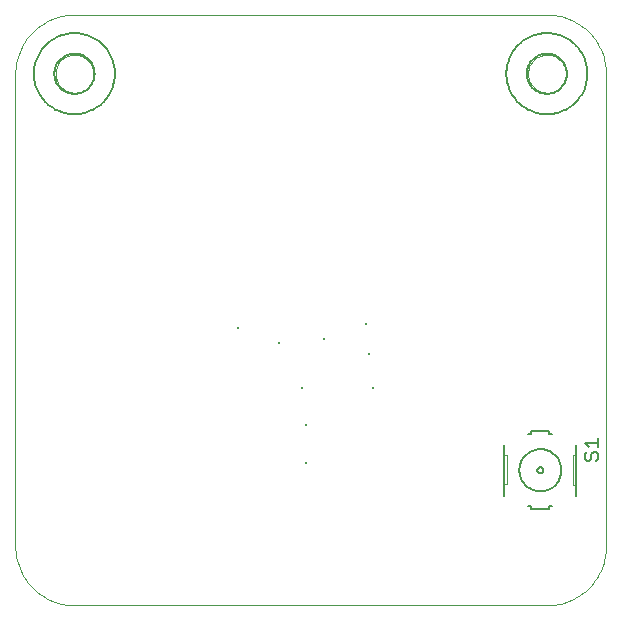
<source format=gto>
G75*
G70*
%OFA0B0*%
%FSLAX24Y24*%
%IPPOS*%
%LPD*%
%AMOC8*
5,1,8,0,0,1.08239X$1,22.5*
%
%ADD10C,0.0000*%
%ADD11R,0.0098X0.0098*%
%ADD12C,0.0060*%
%ADD13C,0.0020*%
%ADD14C,0.0050*%
%ADD15C,0.0080*%
%ADD16R,0.0039X0.0039*%
%ADD17R,0.0315X0.0039*%
%ADD18R,0.0472X0.0039*%
%ADD19R,0.0197X0.0039*%
%ADD20R,0.0512X0.0039*%
%ADD21R,0.0394X0.0039*%
%ADD22R,0.0236X0.0039*%
%ADD23R,0.0433X0.0039*%
%ADD24R,0.0354X0.0039*%
%ADD25R,0.0118X0.0039*%
%ADD26R,0.0276X0.0039*%
%ADD27R,0.0157X0.0039*%
%ADD28R,0.0079X0.0039*%
%ADD29R,0.0551X0.0039*%
%ADD30R,0.0709X0.0039*%
%ADD31R,0.0591X0.0039*%
%ADD32R,0.0630X0.0039*%
%ADD33R,0.2087X0.0039*%
%ADD34R,0.1535X0.0039*%
%ADD35R,0.1260X0.0039*%
%ADD36R,0.0669X0.0039*%
%ADD37R,0.0945X0.0039*%
%ADD38R,0.0787X0.0039*%
%ADD39R,0.0748X0.0039*%
%ADD40R,0.1024X0.0039*%
%ADD41R,0.0906X0.0039*%
%ADD42R,0.1693X0.0039*%
%ADD43R,0.1102X0.0039*%
%ADD44R,0.1063X0.0039*%
%ADD45R,0.0984X0.0039*%
%ADD46R,0.0866X0.0039*%
%ADD47R,0.0827X0.0039*%
%ADD48R,0.1417X0.0039*%
%ADD49R,0.1142X0.0039*%
%ADD50R,0.1299X0.0039*%
%ADD51R,0.1654X0.0039*%
%ADD52R,0.1181X0.0039*%
%ADD53R,0.1378X0.0039*%
%ADD54R,0.1457X0.0039*%
%ADD55R,0.2362X0.0039*%
%ADD56R,0.2559X0.0039*%
%ADD57R,0.1339X0.0039*%
%ADD58R,0.1850X0.0039*%
%ADD59R,0.2008X0.0039*%
%ADD60R,0.2165X0.0039*%
%ADD61R,0.2283X0.0039*%
%ADD62R,0.2323X0.0039*%
%ADD63R,0.2244X0.0039*%
%ADD64R,0.2205X0.0039*%
%ADD65R,0.2638X0.0039*%
%ADD66R,0.2441X0.0039*%
%ADD67R,0.2126X0.0039*%
%ADD68R,0.1929X0.0039*%
%ADD69R,0.1614X0.0039*%
%ADD70R,0.1220X0.0039*%
%ADD71R,0.1496X0.0039*%
%ADD72R,0.3189X0.0039*%
%ADD73R,0.3228X0.0039*%
%ADD74R,0.3268X0.0039*%
%ADD75R,0.3307X0.0039*%
%ADD76R,0.3346X0.0039*%
%ADD77R,0.3386X0.0039*%
%ADD78R,0.3425X0.0039*%
%ADD79R,0.3465X0.0039*%
%ADD80R,0.3504X0.0039*%
%ADD81R,0.3543X0.0039*%
%ADD82R,0.3583X0.0039*%
%ADD83R,0.3622X0.0039*%
%ADD84R,0.3150X0.0039*%
%ADD85R,0.3031X0.0039*%
%ADD86R,0.2953X0.0039*%
%ADD87R,0.2874X0.0039*%
%ADD88R,0.2756X0.0039*%
%ADD89R,0.2677X0.0039*%
%ADD90R,0.2598X0.0039*%
%ADD91R,0.2480X0.0039*%
D10*
X000655Y002624D02*
X000655Y018372D01*
X001994Y018372D02*
X001996Y018422D01*
X002002Y018472D01*
X002012Y018521D01*
X002026Y018569D01*
X002043Y018616D01*
X002064Y018661D01*
X002089Y018705D01*
X002117Y018746D01*
X002149Y018785D01*
X002183Y018822D01*
X002220Y018856D01*
X002260Y018886D01*
X002302Y018913D01*
X002346Y018937D01*
X002392Y018958D01*
X002439Y018974D01*
X002487Y018987D01*
X002537Y018996D01*
X002586Y019001D01*
X002637Y019002D01*
X002687Y018999D01*
X002736Y018992D01*
X002785Y018981D01*
X002833Y018966D01*
X002879Y018948D01*
X002924Y018926D01*
X002967Y018900D01*
X003008Y018871D01*
X003047Y018839D01*
X003083Y018804D01*
X003115Y018766D01*
X003145Y018726D01*
X003172Y018683D01*
X003195Y018639D01*
X003214Y018593D01*
X003230Y018545D01*
X003242Y018496D01*
X003250Y018447D01*
X003254Y018397D01*
X003254Y018347D01*
X003250Y018297D01*
X003242Y018248D01*
X003230Y018199D01*
X003214Y018151D01*
X003195Y018105D01*
X003172Y018061D01*
X003145Y018018D01*
X003115Y017978D01*
X003083Y017940D01*
X003047Y017905D01*
X003008Y017873D01*
X002967Y017844D01*
X002924Y017818D01*
X002879Y017796D01*
X002833Y017778D01*
X002785Y017763D01*
X002736Y017752D01*
X002687Y017745D01*
X002637Y017742D01*
X002586Y017743D01*
X002537Y017748D01*
X002487Y017757D01*
X002439Y017770D01*
X002392Y017786D01*
X002346Y017807D01*
X002302Y017831D01*
X002260Y017858D01*
X002220Y017888D01*
X002183Y017922D01*
X002149Y017959D01*
X002117Y017998D01*
X002089Y018039D01*
X002064Y018083D01*
X002043Y018128D01*
X002026Y018175D01*
X002012Y018223D01*
X002002Y018272D01*
X001996Y018322D01*
X001994Y018372D01*
X000655Y018372D02*
X000657Y018466D01*
X000664Y018559D01*
X000675Y018652D01*
X000691Y018745D01*
X000711Y018836D01*
X000735Y018927D01*
X000763Y019016D01*
X000796Y019104D01*
X000833Y019190D01*
X000874Y019274D01*
X000919Y019357D01*
X000968Y019437D01*
X001020Y019514D01*
X001076Y019589D01*
X001136Y019661D01*
X001199Y019731D01*
X001265Y019797D01*
X001335Y019860D01*
X001407Y019920D01*
X001482Y019976D01*
X001559Y020028D01*
X001639Y020077D01*
X001722Y020122D01*
X001806Y020163D01*
X001892Y020200D01*
X001980Y020233D01*
X002069Y020261D01*
X002160Y020285D01*
X002251Y020305D01*
X002344Y020321D01*
X002437Y020332D01*
X002530Y020339D01*
X002624Y020341D01*
X002624Y020340D02*
X018372Y020340D01*
X017742Y018372D02*
X017744Y018422D01*
X017750Y018472D01*
X017760Y018521D01*
X017774Y018569D01*
X017791Y018616D01*
X017812Y018661D01*
X017837Y018705D01*
X017865Y018746D01*
X017897Y018785D01*
X017931Y018822D01*
X017968Y018856D01*
X018008Y018886D01*
X018050Y018913D01*
X018094Y018937D01*
X018140Y018958D01*
X018187Y018974D01*
X018235Y018987D01*
X018285Y018996D01*
X018334Y019001D01*
X018385Y019002D01*
X018435Y018999D01*
X018484Y018992D01*
X018533Y018981D01*
X018581Y018966D01*
X018627Y018948D01*
X018672Y018926D01*
X018715Y018900D01*
X018756Y018871D01*
X018795Y018839D01*
X018831Y018804D01*
X018863Y018766D01*
X018893Y018726D01*
X018920Y018683D01*
X018943Y018639D01*
X018962Y018593D01*
X018978Y018545D01*
X018990Y018496D01*
X018998Y018447D01*
X019002Y018397D01*
X019002Y018347D01*
X018998Y018297D01*
X018990Y018248D01*
X018978Y018199D01*
X018962Y018151D01*
X018943Y018105D01*
X018920Y018061D01*
X018893Y018018D01*
X018863Y017978D01*
X018831Y017940D01*
X018795Y017905D01*
X018756Y017873D01*
X018715Y017844D01*
X018672Y017818D01*
X018627Y017796D01*
X018581Y017778D01*
X018533Y017763D01*
X018484Y017752D01*
X018435Y017745D01*
X018385Y017742D01*
X018334Y017743D01*
X018285Y017748D01*
X018235Y017757D01*
X018187Y017770D01*
X018140Y017786D01*
X018094Y017807D01*
X018050Y017831D01*
X018008Y017858D01*
X017968Y017888D01*
X017931Y017922D01*
X017897Y017959D01*
X017865Y017998D01*
X017837Y018039D01*
X017812Y018083D01*
X017791Y018128D01*
X017774Y018175D01*
X017760Y018223D01*
X017750Y018272D01*
X017744Y018322D01*
X017742Y018372D01*
X018372Y020341D02*
X018466Y020339D01*
X018559Y020332D01*
X018652Y020321D01*
X018745Y020305D01*
X018836Y020285D01*
X018927Y020261D01*
X019016Y020233D01*
X019104Y020200D01*
X019190Y020163D01*
X019274Y020122D01*
X019356Y020077D01*
X019437Y020028D01*
X019514Y019976D01*
X019589Y019920D01*
X019661Y019860D01*
X019731Y019797D01*
X019797Y019731D01*
X019860Y019661D01*
X019920Y019589D01*
X019976Y019514D01*
X020028Y019437D01*
X020077Y019356D01*
X020122Y019274D01*
X020163Y019190D01*
X020200Y019104D01*
X020233Y019016D01*
X020261Y018927D01*
X020285Y018836D01*
X020305Y018745D01*
X020321Y018652D01*
X020332Y018559D01*
X020339Y018466D01*
X020341Y018372D01*
X020340Y018372D02*
X020340Y002624D01*
X020341Y002624D02*
X020339Y002530D01*
X020332Y002437D01*
X020321Y002344D01*
X020305Y002251D01*
X020285Y002160D01*
X020261Y002069D01*
X020233Y001980D01*
X020200Y001892D01*
X020163Y001806D01*
X020122Y001722D01*
X020077Y001640D01*
X020028Y001559D01*
X019976Y001482D01*
X019920Y001407D01*
X019860Y001335D01*
X019797Y001265D01*
X019731Y001199D01*
X019661Y001136D01*
X019589Y001076D01*
X019514Y001020D01*
X019437Y000968D01*
X019357Y000919D01*
X019274Y000874D01*
X019190Y000833D01*
X019104Y000796D01*
X019016Y000763D01*
X018927Y000735D01*
X018836Y000711D01*
X018745Y000691D01*
X018652Y000675D01*
X018559Y000664D01*
X018466Y000657D01*
X018372Y000655D01*
X002624Y000655D01*
X002530Y000657D01*
X002437Y000664D01*
X002344Y000675D01*
X002251Y000691D01*
X002160Y000711D01*
X002069Y000735D01*
X001980Y000763D01*
X001892Y000796D01*
X001806Y000833D01*
X001722Y000874D01*
X001639Y000919D01*
X001559Y000968D01*
X001482Y001020D01*
X001407Y001076D01*
X001335Y001136D01*
X001265Y001199D01*
X001199Y001265D01*
X001136Y001335D01*
X001076Y001407D01*
X001020Y001482D01*
X000968Y001559D01*
X000919Y001640D01*
X000874Y001722D01*
X000833Y001806D01*
X000796Y001892D01*
X000763Y001980D01*
X000735Y002069D01*
X000711Y002160D01*
X000691Y002251D01*
X000675Y002344D01*
X000664Y002437D01*
X000657Y002530D01*
X000655Y002624D01*
D11*
X008079Y009905D03*
X009454Y009405D03*
X010954Y009530D03*
X012329Y010030D03*
X012454Y009030D03*
X012579Y007905D03*
X010204Y007905D03*
X010329Y006655D03*
X010329Y005405D03*
D12*
X016955Y005655D02*
X016955Y004705D01*
X016955Y004305D01*
X017755Y003955D02*
X017855Y003955D01*
X017855Y003855D01*
X018455Y003855D01*
X018455Y003955D01*
X018555Y003955D01*
X019355Y004305D02*
X019355Y004655D01*
X019355Y005655D01*
X019355Y006005D01*
X018555Y006355D02*
X018455Y006355D01*
X018455Y006455D01*
X017855Y006455D01*
X017855Y006355D01*
X017755Y006355D01*
X016955Y006005D02*
X016955Y005655D01*
X018055Y005155D02*
X018057Y005175D01*
X018063Y005193D01*
X018072Y005211D01*
X018084Y005226D01*
X018099Y005238D01*
X018117Y005247D01*
X018135Y005253D01*
X018155Y005255D01*
X018175Y005253D01*
X018193Y005247D01*
X018211Y005238D01*
X018226Y005226D01*
X018238Y005211D01*
X018247Y005193D01*
X018253Y005175D01*
X018255Y005155D01*
X018253Y005135D01*
X018247Y005117D01*
X018238Y005099D01*
X018226Y005084D01*
X018211Y005072D01*
X018193Y005063D01*
X018175Y005057D01*
X018155Y005055D01*
X018135Y005057D01*
X018117Y005063D01*
X018099Y005072D01*
X018084Y005084D01*
X018072Y005099D01*
X018063Y005117D01*
X018057Y005135D01*
X018055Y005155D01*
X017455Y005155D02*
X017457Y005207D01*
X017463Y005259D01*
X017473Y005311D01*
X017486Y005361D01*
X017503Y005411D01*
X017524Y005459D01*
X017549Y005505D01*
X017577Y005549D01*
X017608Y005591D01*
X017642Y005631D01*
X017679Y005668D01*
X017719Y005702D01*
X017761Y005733D01*
X017805Y005761D01*
X017851Y005786D01*
X017899Y005807D01*
X017949Y005824D01*
X017999Y005837D01*
X018051Y005847D01*
X018103Y005853D01*
X018155Y005855D01*
X018207Y005853D01*
X018259Y005847D01*
X018311Y005837D01*
X018361Y005824D01*
X018411Y005807D01*
X018459Y005786D01*
X018505Y005761D01*
X018549Y005733D01*
X018591Y005702D01*
X018631Y005668D01*
X018668Y005631D01*
X018702Y005591D01*
X018733Y005549D01*
X018761Y005505D01*
X018786Y005459D01*
X018807Y005411D01*
X018824Y005361D01*
X018837Y005311D01*
X018847Y005259D01*
X018853Y005207D01*
X018855Y005155D01*
X018853Y005103D01*
X018847Y005051D01*
X018837Y004999D01*
X018824Y004949D01*
X018807Y004899D01*
X018786Y004851D01*
X018761Y004805D01*
X018733Y004761D01*
X018702Y004719D01*
X018668Y004679D01*
X018631Y004642D01*
X018591Y004608D01*
X018549Y004577D01*
X018505Y004549D01*
X018459Y004524D01*
X018411Y004503D01*
X018361Y004486D01*
X018311Y004473D01*
X018259Y004463D01*
X018207Y004457D01*
X018155Y004455D01*
X018103Y004457D01*
X018051Y004463D01*
X017999Y004473D01*
X017949Y004486D01*
X017899Y004503D01*
X017851Y004524D01*
X017805Y004549D01*
X017761Y004577D01*
X017719Y004608D01*
X017679Y004642D01*
X017642Y004679D01*
X017608Y004719D01*
X017577Y004761D01*
X017549Y004805D01*
X017524Y004851D01*
X017503Y004899D01*
X017486Y004949D01*
X017473Y004999D01*
X017463Y005051D01*
X017457Y005103D01*
X017455Y005155D01*
X017022Y018372D02*
X017024Y018445D01*
X017030Y018518D01*
X017040Y018590D01*
X017054Y018662D01*
X017071Y018733D01*
X017093Y018803D01*
X017118Y018872D01*
X017147Y018939D01*
X017179Y019004D01*
X017215Y019068D01*
X017255Y019130D01*
X017297Y019189D01*
X017343Y019246D01*
X017392Y019300D01*
X017444Y019352D01*
X017498Y019401D01*
X017555Y019447D01*
X017614Y019489D01*
X017676Y019529D01*
X017740Y019565D01*
X017805Y019597D01*
X017872Y019626D01*
X017941Y019651D01*
X018011Y019673D01*
X018082Y019690D01*
X018154Y019704D01*
X018226Y019714D01*
X018299Y019720D01*
X018372Y019722D01*
X018445Y019720D01*
X018518Y019714D01*
X018590Y019704D01*
X018662Y019690D01*
X018733Y019673D01*
X018803Y019651D01*
X018872Y019626D01*
X018939Y019597D01*
X019004Y019565D01*
X019068Y019529D01*
X019130Y019489D01*
X019189Y019447D01*
X019246Y019401D01*
X019300Y019352D01*
X019352Y019300D01*
X019401Y019246D01*
X019447Y019189D01*
X019489Y019130D01*
X019529Y019068D01*
X019565Y019004D01*
X019597Y018939D01*
X019626Y018872D01*
X019651Y018803D01*
X019673Y018733D01*
X019690Y018662D01*
X019704Y018590D01*
X019714Y018518D01*
X019720Y018445D01*
X019722Y018372D01*
X019720Y018299D01*
X019714Y018226D01*
X019704Y018154D01*
X019690Y018082D01*
X019673Y018011D01*
X019651Y017941D01*
X019626Y017872D01*
X019597Y017805D01*
X019565Y017740D01*
X019529Y017676D01*
X019489Y017614D01*
X019447Y017555D01*
X019401Y017498D01*
X019352Y017444D01*
X019300Y017392D01*
X019246Y017343D01*
X019189Y017297D01*
X019130Y017255D01*
X019068Y017215D01*
X019004Y017179D01*
X018939Y017147D01*
X018872Y017118D01*
X018803Y017093D01*
X018733Y017071D01*
X018662Y017054D01*
X018590Y017040D01*
X018518Y017030D01*
X018445Y017024D01*
X018372Y017022D01*
X018299Y017024D01*
X018226Y017030D01*
X018154Y017040D01*
X018082Y017054D01*
X018011Y017071D01*
X017941Y017093D01*
X017872Y017118D01*
X017805Y017147D01*
X017740Y017179D01*
X017676Y017215D01*
X017614Y017255D01*
X017555Y017297D01*
X017498Y017343D01*
X017444Y017392D01*
X017392Y017444D01*
X017343Y017498D01*
X017297Y017555D01*
X017255Y017614D01*
X017215Y017676D01*
X017179Y017740D01*
X017147Y017805D01*
X017118Y017872D01*
X017093Y017941D01*
X017071Y018011D01*
X017054Y018082D01*
X017040Y018154D01*
X017030Y018226D01*
X017024Y018299D01*
X017022Y018372D01*
X001274Y018372D02*
X001276Y018445D01*
X001282Y018518D01*
X001292Y018590D01*
X001306Y018662D01*
X001323Y018733D01*
X001345Y018803D01*
X001370Y018872D01*
X001399Y018939D01*
X001431Y019004D01*
X001467Y019068D01*
X001507Y019130D01*
X001549Y019189D01*
X001595Y019246D01*
X001644Y019300D01*
X001696Y019352D01*
X001750Y019401D01*
X001807Y019447D01*
X001866Y019489D01*
X001928Y019529D01*
X001992Y019565D01*
X002057Y019597D01*
X002124Y019626D01*
X002193Y019651D01*
X002263Y019673D01*
X002334Y019690D01*
X002406Y019704D01*
X002478Y019714D01*
X002551Y019720D01*
X002624Y019722D01*
X002697Y019720D01*
X002770Y019714D01*
X002842Y019704D01*
X002914Y019690D01*
X002985Y019673D01*
X003055Y019651D01*
X003124Y019626D01*
X003191Y019597D01*
X003256Y019565D01*
X003320Y019529D01*
X003382Y019489D01*
X003441Y019447D01*
X003498Y019401D01*
X003552Y019352D01*
X003604Y019300D01*
X003653Y019246D01*
X003699Y019189D01*
X003741Y019130D01*
X003781Y019068D01*
X003817Y019004D01*
X003849Y018939D01*
X003878Y018872D01*
X003903Y018803D01*
X003925Y018733D01*
X003942Y018662D01*
X003956Y018590D01*
X003966Y018518D01*
X003972Y018445D01*
X003974Y018372D01*
X003972Y018299D01*
X003966Y018226D01*
X003956Y018154D01*
X003942Y018082D01*
X003925Y018011D01*
X003903Y017941D01*
X003878Y017872D01*
X003849Y017805D01*
X003817Y017740D01*
X003781Y017676D01*
X003741Y017614D01*
X003699Y017555D01*
X003653Y017498D01*
X003604Y017444D01*
X003552Y017392D01*
X003498Y017343D01*
X003441Y017297D01*
X003382Y017255D01*
X003320Y017215D01*
X003256Y017179D01*
X003191Y017147D01*
X003124Y017118D01*
X003055Y017093D01*
X002985Y017071D01*
X002914Y017054D01*
X002842Y017040D01*
X002770Y017030D01*
X002697Y017024D01*
X002624Y017022D01*
X002551Y017024D01*
X002478Y017030D01*
X002406Y017040D01*
X002334Y017054D01*
X002263Y017071D01*
X002193Y017093D01*
X002124Y017118D01*
X002057Y017147D01*
X001992Y017179D01*
X001928Y017215D01*
X001866Y017255D01*
X001807Y017297D01*
X001750Y017343D01*
X001696Y017392D01*
X001644Y017444D01*
X001595Y017498D01*
X001549Y017555D01*
X001507Y017614D01*
X001467Y017676D01*
X001431Y017740D01*
X001399Y017805D01*
X001370Y017872D01*
X001345Y017941D01*
X001323Y018011D01*
X001306Y018082D01*
X001292Y018154D01*
X001282Y018226D01*
X001276Y018299D01*
X001274Y018372D01*
D13*
X016955Y005655D02*
X017055Y005655D01*
X017055Y004705D01*
X016955Y004705D01*
X019255Y004655D02*
X019355Y004655D01*
X019255Y004655D02*
X019255Y005655D01*
X019355Y005655D01*
D14*
X019630Y005685D02*
X019630Y005534D01*
X019705Y005459D01*
X019780Y005459D01*
X019855Y005534D01*
X019855Y005685D01*
X019930Y005760D01*
X020005Y005760D01*
X020080Y005685D01*
X020080Y005534D01*
X020005Y005459D01*
X019705Y005760D02*
X019630Y005685D01*
X019780Y005920D02*
X019630Y006070D01*
X020080Y006070D01*
X020080Y005920D02*
X020080Y006220D01*
D15*
X017703Y018372D02*
X017705Y018423D01*
X017711Y018474D01*
X017721Y018524D01*
X017734Y018574D01*
X017752Y018622D01*
X017772Y018669D01*
X017797Y018714D01*
X017825Y018757D01*
X017856Y018798D01*
X017890Y018836D01*
X017927Y018871D01*
X017966Y018904D01*
X018008Y018934D01*
X018052Y018960D01*
X018098Y018982D01*
X018146Y019002D01*
X018195Y019017D01*
X018245Y019029D01*
X018295Y019037D01*
X018346Y019041D01*
X018398Y019041D01*
X018449Y019037D01*
X018499Y019029D01*
X018549Y019017D01*
X018598Y019002D01*
X018646Y018982D01*
X018692Y018960D01*
X018736Y018934D01*
X018778Y018904D01*
X018817Y018871D01*
X018854Y018836D01*
X018888Y018798D01*
X018919Y018757D01*
X018947Y018714D01*
X018972Y018669D01*
X018992Y018622D01*
X019010Y018574D01*
X019023Y018524D01*
X019033Y018474D01*
X019039Y018423D01*
X019041Y018372D01*
X019039Y018321D01*
X019033Y018270D01*
X019023Y018220D01*
X019010Y018170D01*
X018992Y018122D01*
X018972Y018075D01*
X018947Y018030D01*
X018919Y017987D01*
X018888Y017946D01*
X018854Y017908D01*
X018817Y017873D01*
X018778Y017840D01*
X018736Y017810D01*
X018692Y017784D01*
X018646Y017762D01*
X018598Y017742D01*
X018549Y017727D01*
X018499Y017715D01*
X018449Y017707D01*
X018398Y017703D01*
X018346Y017703D01*
X018295Y017707D01*
X018245Y017715D01*
X018195Y017727D01*
X018146Y017742D01*
X018098Y017762D01*
X018052Y017784D01*
X018008Y017810D01*
X017966Y017840D01*
X017927Y017873D01*
X017890Y017908D01*
X017856Y017946D01*
X017825Y017987D01*
X017797Y018030D01*
X017772Y018075D01*
X017752Y018122D01*
X017734Y018170D01*
X017721Y018220D01*
X017711Y018270D01*
X017705Y018321D01*
X017703Y018372D01*
X001955Y018372D02*
X001957Y018423D01*
X001963Y018474D01*
X001973Y018524D01*
X001986Y018574D01*
X002004Y018622D01*
X002024Y018669D01*
X002049Y018714D01*
X002077Y018757D01*
X002108Y018798D01*
X002142Y018836D01*
X002179Y018871D01*
X002218Y018904D01*
X002260Y018934D01*
X002304Y018960D01*
X002350Y018982D01*
X002398Y019002D01*
X002447Y019017D01*
X002497Y019029D01*
X002547Y019037D01*
X002598Y019041D01*
X002650Y019041D01*
X002701Y019037D01*
X002751Y019029D01*
X002801Y019017D01*
X002850Y019002D01*
X002898Y018982D01*
X002944Y018960D01*
X002988Y018934D01*
X003030Y018904D01*
X003069Y018871D01*
X003106Y018836D01*
X003140Y018798D01*
X003171Y018757D01*
X003199Y018714D01*
X003224Y018669D01*
X003244Y018622D01*
X003262Y018574D01*
X003275Y018524D01*
X003285Y018474D01*
X003291Y018423D01*
X003293Y018372D01*
X003291Y018321D01*
X003285Y018270D01*
X003275Y018220D01*
X003262Y018170D01*
X003244Y018122D01*
X003224Y018075D01*
X003199Y018030D01*
X003171Y017987D01*
X003140Y017946D01*
X003106Y017908D01*
X003069Y017873D01*
X003030Y017840D01*
X002988Y017810D01*
X002944Y017784D01*
X002898Y017762D01*
X002850Y017742D01*
X002801Y017727D01*
X002751Y017715D01*
X002701Y017707D01*
X002650Y017703D01*
X002598Y017703D01*
X002547Y017707D01*
X002497Y017715D01*
X002447Y017727D01*
X002398Y017742D01*
X002350Y017762D01*
X002304Y017784D01*
X002260Y017810D01*
X002218Y017840D01*
X002179Y017873D01*
X002142Y017908D01*
X002108Y017946D01*
X002077Y017987D01*
X002049Y018030D01*
X002024Y018075D01*
X002004Y018122D01*
X001986Y018170D01*
X001973Y018220D01*
X001963Y018270D01*
X001957Y018321D01*
X001955Y018372D01*
D16*
X006639Y014962D03*
X007072Y014608D03*
X007899Y015277D03*
X010261Y014017D03*
X010458Y014017D03*
X010694Y013860D03*
X010813Y013624D03*
X010813Y013584D03*
X011009Y013624D03*
X011128Y013899D03*
X011718Y013663D03*
X011915Y013624D03*
X011915Y013584D03*
X012033Y013624D03*
X011915Y013427D03*
X012387Y013269D03*
X012387Y013230D03*
X012427Y012994D03*
X012663Y013033D03*
X012624Y013506D03*
X012663Y013624D03*
X012978Y013466D03*
X013175Y013427D03*
X013529Y013151D03*
X013726Y013191D03*
X014277Y013427D03*
X014395Y013112D03*
X014631Y013269D03*
X014789Y013348D03*
X014907Y013348D03*
X015065Y013230D03*
X015222Y013309D03*
X015340Y013309D03*
X015458Y013309D03*
X015655Y013191D03*
X015458Y012915D03*
X015025Y012954D03*
X014789Y013072D03*
X015380Y012246D03*
X015380Y012206D03*
X015970Y012915D03*
X016049Y012915D03*
X016246Y013033D03*
X016324Y013191D03*
X016364Y013309D03*
X016246Y013309D03*
X016167Y013309D03*
X016167Y013191D03*
X016718Y012954D03*
X016836Y013230D03*
X016915Y013230D03*
X017309Y013269D03*
X017348Y013387D03*
X017584Y013427D03*
X017624Y013309D03*
X017742Y014135D03*
X017742Y014175D03*
X017742Y014214D03*
X017742Y014254D03*
X017742Y014332D03*
X017742Y014450D03*
X017742Y014490D03*
X017742Y014569D03*
X016994Y014569D03*
X016994Y014529D03*
X016994Y014450D03*
X016994Y014411D03*
X016994Y014647D03*
X016561Y014687D03*
X016561Y014726D03*
X016561Y014765D03*
X016561Y014805D03*
X016561Y014844D03*
X016561Y014883D03*
X016561Y014923D03*
X016561Y014962D03*
X016561Y015041D03*
X016561Y015120D03*
X016561Y015238D03*
X016561Y015317D03*
X016403Y015356D03*
X016403Y015395D03*
X016403Y015513D03*
X016403Y015553D03*
X016443Y015592D03*
X016403Y015631D03*
X016403Y015671D03*
X016757Y015671D03*
X016797Y015789D03*
X016876Y015789D03*
X017387Y015750D03*
X017033Y015238D03*
X017033Y015120D03*
X015891Y015750D03*
X015576Y015750D03*
X015576Y015828D03*
X015458Y015750D03*
X015380Y015750D03*
X015301Y015868D03*
X015261Y015631D03*
X015025Y015277D03*
X015025Y015120D03*
X015025Y015041D03*
X014986Y015002D03*
X014986Y014962D03*
X014986Y014923D03*
X014986Y014883D03*
X014986Y014844D03*
X015183Y014608D03*
X015183Y014490D03*
X015183Y014411D03*
X015183Y014332D03*
X015183Y014293D03*
X015183Y014254D03*
X015183Y014214D03*
X015143Y014135D03*
X014474Y014569D03*
X014435Y014529D03*
X014435Y014844D03*
X014474Y014883D03*
X014435Y014962D03*
X014435Y015002D03*
X014435Y015041D03*
X014474Y015080D03*
X014435Y015120D03*
X014474Y015198D03*
X014474Y015238D03*
X014474Y015277D03*
X014474Y015356D03*
X014317Y015474D03*
X014513Y015553D03*
X014553Y015750D03*
X014317Y015750D03*
X014317Y015986D03*
X014277Y015238D03*
X014277Y015120D03*
X011521Y016065D03*
X010852Y014608D03*
X011128Y013191D03*
X010931Y012915D03*
X010813Y012915D03*
X010813Y012797D03*
X010616Y012797D03*
X011285Y012836D03*
X010419Y011852D03*
X010340Y011852D03*
X010380Y011734D03*
X010458Y011734D03*
X010104Y011734D03*
X009710Y011891D03*
X011088Y010080D03*
X011167Y009962D03*
X010537Y009962D03*
X010458Y009962D03*
X010340Y009962D03*
X010301Y009844D03*
X010458Y009844D03*
X009789Y009844D03*
X009710Y009844D03*
X009631Y009844D03*
X009592Y009962D03*
X009435Y008978D03*
X009789Y008939D03*
X009868Y008939D03*
X009946Y008939D03*
X010734Y009057D03*
X010970Y009096D03*
X011521Y009017D03*
X012269Y009608D03*
X012663Y009687D03*
X013096Y008545D03*
X013175Y008545D03*
X012978Y008427D03*
X012781Y008387D03*
X012663Y008466D03*
X012860Y007561D03*
X013254Y007639D03*
X013293Y007246D03*
X012702Y006852D03*
X012309Y006773D03*
X012230Y007246D03*
X012230Y007324D03*
X012348Y007482D03*
X012033Y007443D03*
X011954Y007443D03*
X011876Y007443D03*
X011797Y007443D03*
X011679Y007443D03*
X011521Y007324D03*
X011561Y006891D03*
X014750Y004175D03*
X014868Y004175D03*
X014868Y004057D03*
X014750Y004057D03*
X015458Y003939D03*
X016049Y003899D03*
X017033Y003663D03*
X017860Y003309D03*
X020301Y002324D03*
X015380Y006852D03*
X015261Y006852D03*
X016049Y008860D03*
X016285Y008860D03*
X016285Y011380D03*
X016206Y011380D03*
X016128Y011380D03*
X016009Y011380D03*
X015931Y011380D03*
X016324Y011498D03*
X016443Y011498D03*
X016443Y011380D03*
X016364Y011380D03*
X016718Y011616D03*
X016836Y011734D03*
X016876Y011813D03*
X016915Y011891D03*
X016954Y011931D03*
X016757Y011891D03*
X016285Y011931D03*
X016324Y012088D03*
X016324Y012167D03*
X016324Y012246D03*
X016324Y012285D03*
X010261Y018860D03*
X005498Y012718D03*
X002978Y003545D03*
X002899Y003545D03*
X002584Y003584D03*
X002506Y003584D03*
X002112Y003584D03*
X002033Y003584D03*
X001718Y003663D03*
X001521Y003506D03*
X003411Y003466D03*
X003490Y003466D03*
X003569Y003466D03*
X003923Y003466D03*
X004002Y003466D03*
X004553Y003466D03*
X004710Y003466D03*
X006364Y002128D03*
X006443Y002128D03*
X008135Y002757D03*
X008214Y002757D03*
X008293Y002757D03*
X008687Y002757D03*
X009198Y002679D03*
X010498Y002088D03*
X011049Y002994D03*
X011246Y003033D03*
X011561Y003072D03*
X011718Y003230D03*
X011915Y003230D03*
X012033Y003230D03*
X012112Y003230D03*
X012191Y003230D03*
X012269Y003230D03*
X012348Y003230D03*
X012545Y003191D03*
X014553Y002718D03*
X014828Y002561D03*
D17*
X018785Y003151D03*
X018982Y003072D03*
X019651Y002718D03*
X019848Y002600D03*
X016817Y008781D03*
X016462Y010907D03*
X016108Y010907D03*
X015950Y011694D03*
X016305Y011694D03*
X017053Y011734D03*
X015281Y011773D03*
X015242Y011813D03*
X013628Y013269D03*
X011698Y015198D03*
X011502Y015277D03*
X010832Y014529D03*
X009415Y014450D03*
X009415Y014096D03*
X007643Y015907D03*
X006856Y014608D03*
X003352Y013506D03*
X005596Y011222D03*
X004179Y010238D03*
X005911Y007561D03*
X008706Y010159D03*
X008746Y010120D03*
X007643Y010710D03*
X011305Y010080D03*
X011541Y010159D03*
X013273Y009569D03*
X013628Y009372D03*
X013588Y007679D03*
X010084Y002324D03*
X010163Y002285D03*
X010714Y002088D03*
X006541Y002246D03*
X006383Y003624D03*
X004415Y003191D03*
X004257Y003112D03*
X001147Y003466D03*
X001108Y003427D03*
D18*
X005045Y003466D03*
X007171Y002482D03*
X007289Y002521D03*
X010596Y002128D03*
X010596Y002954D03*
X014257Y002718D03*
X017801Y003387D03*
X018470Y003230D03*
X016502Y006655D03*
X016265Y006576D03*
X016580Y008860D03*
X016029Y009214D03*
X014494Y009096D03*
X014218Y009175D03*
X014100Y009214D03*
X013824Y009293D03*
X012958Y009805D03*
X012604Y009726D03*
X012250Y009647D03*
X011029Y010002D03*
X010832Y009962D03*
X012250Y008348D03*
X012683Y008427D03*
X013273Y013466D03*
X014297Y015946D03*
X017919Y013230D03*
X009415Y014214D03*
X009415Y014254D03*
X009415Y014293D03*
D19*
X009435Y014490D03*
X007466Y014608D03*
X005891Y012718D03*
X005340Y012679D03*
X005143Y012443D03*
X004907Y012915D03*
X004868Y012994D03*
X004671Y013269D03*
X004631Y013309D03*
X004592Y013348D03*
X004553Y013387D03*
X003096Y013348D03*
X003057Y013309D03*
X003017Y013269D03*
X002978Y013230D03*
X002939Y013191D03*
X002899Y013151D03*
X002860Y013112D03*
X002702Y012876D03*
X002820Y011576D03*
X002899Y011458D03*
X002978Y011340D03*
X003057Y011261D03*
X003096Y011183D03*
X003214Y011104D03*
X003254Y011065D03*
X003293Y011025D03*
X003332Y010986D03*
X003923Y010553D03*
X003962Y010474D03*
X004395Y010435D03*
X004513Y010513D03*
X004553Y010553D03*
X004671Y010631D03*
X004789Y010710D03*
X004986Y010828D03*
X005104Y010907D03*
X005143Y010946D03*
X005222Y010986D03*
X005261Y011025D03*
X005340Y011065D03*
X005380Y011104D03*
X005498Y011183D03*
X005616Y011261D03*
X005891Y010946D03*
X006167Y010631D03*
X006324Y010474D03*
X006403Y010395D03*
X006482Y010317D03*
X006679Y010120D03*
X006757Y010080D03*
X006797Y010041D03*
X006915Y009962D03*
X007309Y009450D03*
X007269Y009411D03*
X007427Y009529D03*
X007978Y009332D03*
X008057Y009293D03*
X008135Y009254D03*
X008057Y010474D03*
X007939Y010553D03*
X007860Y010592D03*
X007742Y010671D03*
X007584Y010789D03*
X007584Y010828D03*
X008883Y012206D03*
X009080Y012088D03*
X008608Y012403D03*
X005852Y012088D03*
X005813Y012009D03*
X005694Y011891D03*
X005655Y011852D03*
X006836Y008978D03*
X006679Y008781D03*
X005655Y007718D03*
X005694Y007679D03*
X005773Y007639D03*
X005616Y007757D03*
X005576Y007797D03*
X005380Y008033D03*
X005970Y007443D03*
X005852Y005907D03*
X006718Y003269D03*
X006836Y003112D03*
X006915Y003033D03*
X006954Y002994D03*
X006994Y002954D03*
X007033Y002915D03*
X007072Y002876D03*
X007151Y002836D03*
X007191Y002797D03*
X007230Y002757D03*
X006443Y002167D03*
X004080Y003033D03*
X004002Y002994D03*
X000970Y003387D03*
X000852Y003309D03*
X000734Y003230D03*
X009868Y002561D03*
X013962Y003269D03*
X014002Y003309D03*
X014041Y003348D03*
X014080Y003387D03*
X014120Y003427D03*
X014159Y003466D03*
X014198Y003506D03*
X014238Y003545D03*
X014277Y003584D03*
X014317Y003663D03*
X014356Y003702D03*
X014435Y003820D03*
X016521Y002128D03*
X016836Y002285D03*
X016876Y002324D03*
X016876Y003663D03*
X019238Y002954D03*
X019395Y002836D03*
X020222Y002403D03*
X016246Y006537D03*
X015537Y006931D03*
X015498Y006970D03*
X017072Y006970D03*
X017112Y008584D03*
X017072Y008624D03*
X017033Y008663D03*
X016954Y008702D03*
X015616Y008742D03*
X015576Y008702D03*
X015537Y008663D03*
X015498Y008624D03*
X014120Y008742D03*
X013844Y009096D03*
X013765Y009175D03*
X013529Y009411D03*
X013490Y009450D03*
X013411Y009529D03*
X013214Y009647D03*
X012230Y010592D03*
X012269Y010631D03*
X012309Y010671D03*
X012348Y010710D03*
X012506Y010868D03*
X012742Y011104D03*
X012033Y010435D03*
X011994Y010395D03*
X011639Y012206D03*
X011679Y012246D03*
X011797Y012324D03*
X011836Y012364D03*
X013726Y013309D03*
X012466Y014608D03*
X012348Y014726D03*
X012269Y014805D03*
X012112Y014923D03*
X012072Y014962D03*
X011994Y015002D03*
X011954Y015041D03*
X014159Y015986D03*
X015891Y013191D03*
X014986Y011970D03*
X016561Y010946D03*
X017309Y011852D03*
X017506Y012009D03*
X013529Y007049D03*
X011600Y006970D03*
D20*
X012466Y008387D03*
X013411Y007600D03*
X014356Y009135D03*
X016324Y010828D03*
X012348Y013624D03*
X010419Y013978D03*
X011403Y015946D03*
X009120Y008978D03*
X008923Y009017D03*
X008765Y009057D03*
X005183Y003506D03*
X010458Y002167D03*
X010734Y002994D03*
X014041Y002797D03*
X014631Y002639D03*
X015380Y004017D03*
X016561Y002206D03*
X017939Y003348D03*
X018293Y003269D03*
D21*
X018588Y003191D03*
X017368Y003506D03*
X017250Y003545D03*
X016974Y003624D03*
X015517Y003978D03*
X016541Y002167D03*
X011698Y006931D03*
X013509Y007639D03*
X014966Y008939D03*
X015557Y008781D03*
X016069Y009254D03*
X016738Y008820D03*
X013706Y009332D03*
X011069Y011931D03*
X010950Y011891D03*
X010793Y011852D03*
X009691Y011852D03*
X008903Y010080D03*
X008509Y009135D03*
X007486Y009647D03*
X004257Y013545D03*
X007683Y015946D03*
X009415Y014411D03*
X009415Y014135D03*
X010832Y014332D03*
X010832Y014372D03*
X010832Y014411D03*
X010832Y014450D03*
X010832Y014490D03*
X011344Y013781D03*
X011265Y015356D03*
X011147Y015395D03*
X013549Y013387D03*
X018037Y013466D03*
X010399Y002876D03*
X009887Y002403D03*
X006895Y002403D03*
X006817Y002364D03*
X006620Y002285D03*
X006305Y003742D03*
X004257Y003466D03*
D22*
X004139Y003072D03*
X002683Y003663D03*
X000911Y003348D03*
X005793Y007600D03*
X005950Y007482D03*
X007368Y009490D03*
X007328Y009687D03*
X007289Y009726D03*
X007210Y009765D03*
X007092Y009844D03*
X006974Y009923D03*
X006856Y010002D03*
X007683Y009529D03*
X007722Y009490D03*
X007801Y009450D03*
X007880Y009411D03*
X007919Y009372D03*
X008234Y009214D03*
X008313Y009175D03*
X008588Y010198D03*
X008431Y010277D03*
X008313Y010317D03*
X008273Y010356D03*
X008194Y010395D03*
X008116Y010435D03*
X009139Y012049D03*
X009218Y012009D03*
X009297Y011970D03*
X009376Y011931D03*
X008943Y012167D03*
X007919Y013939D03*
X007998Y013978D03*
X008076Y014017D03*
X007604Y015868D03*
X005832Y012757D03*
X005163Y012482D03*
X005439Y011143D03*
X005045Y010868D03*
X004927Y010789D03*
X004848Y010750D03*
X004730Y010671D03*
X004612Y010592D03*
X004454Y010474D03*
X004336Y010395D03*
X004297Y010356D03*
X003824Y010671D03*
X003785Y010710D03*
X003470Y010907D03*
X003155Y011143D03*
X003155Y013387D03*
X003234Y013427D03*
X003273Y013466D03*
X010832Y014254D03*
X010832Y014569D03*
X011580Y015238D03*
X011817Y015120D03*
X013667Y013348D03*
X015045Y011931D03*
X015084Y011891D03*
X015832Y011498D03*
X017171Y011773D03*
X015832Y009135D03*
X016935Y008742D03*
X016777Y006773D03*
X015911Y006694D03*
X015399Y006734D03*
X014927Y006891D03*
X013352Y008545D03*
X011935Y010356D03*
X011856Y010317D03*
X011777Y010277D03*
X011698Y010238D03*
X012092Y010474D03*
X012722Y011065D03*
X011738Y012285D03*
X011580Y012167D03*
X011502Y012128D03*
X013943Y003230D03*
X013903Y003191D03*
X013824Y003151D03*
X013746Y003072D03*
X009887Y002600D03*
X007328Y002679D03*
X007289Y002718D03*
X006462Y002206D03*
X019179Y002994D03*
X019966Y002561D03*
D23*
X018135Y003309D03*
X016128Y003820D03*
X014828Y002600D03*
X010498Y002915D03*
X009789Y002443D03*
X010340Y002206D03*
X011639Y008230D03*
X011718Y009529D03*
X011876Y009569D03*
X012387Y009687D03*
X012781Y009765D03*
X011128Y010041D03*
X009317Y009962D03*
X009198Y010002D03*
X009041Y010041D03*
X008608Y009096D03*
X010340Y012797D03*
X009435Y014175D03*
X009435Y014332D03*
X009435Y014372D03*
X005655Y012836D03*
X013450Y013427D03*
X014317Y013387D03*
X014395Y013072D03*
X015419Y011734D03*
X015537Y011694D03*
X016718Y011498D03*
X017584Y013151D03*
X017742Y013191D03*
X016128Y009017D03*
X015222Y008860D03*
X015104Y008899D03*
X014868Y008978D03*
X014750Y009017D03*
X014631Y009057D03*
D24*
X015813Y008860D03*
X015025Y006852D03*
X016009Y006655D03*
X015694Y003939D03*
X015813Y003899D03*
X017112Y003584D03*
X017506Y003466D03*
X017624Y003427D03*
X020143Y002482D03*
X012820Y006891D03*
X012269Y006852D03*
X011403Y009135D03*
X011246Y009096D03*
X012033Y009608D03*
X011443Y010120D03*
X011167Y011970D03*
X010852Y014293D03*
X011403Y015317D03*
X011443Y015986D03*
X005655Y012876D03*
X005458Y012757D03*
X004356Y013506D03*
X003450Y013545D03*
X004159Y010317D03*
X004159Y010277D03*
X007545Y009569D03*
X004750Y003348D03*
X004671Y003309D03*
X004317Y003151D03*
X006718Y002324D03*
X007033Y002443D03*
X009986Y002364D03*
X010222Y002246D03*
X010222Y002797D03*
X010301Y002836D03*
X018017Y013269D03*
X017860Y015946D03*
D25*
X017742Y015789D03*
X018135Y015671D03*
X018175Y015553D03*
X018175Y015513D03*
X018175Y015474D03*
X018175Y015435D03*
X018175Y015395D03*
X018214Y015356D03*
X018214Y015238D03*
X018214Y015198D03*
X018214Y015159D03*
X018214Y015080D03*
X018254Y015041D03*
X018254Y015002D03*
X018254Y014962D03*
X018254Y014923D03*
X018254Y014883D03*
X018254Y014844D03*
X018293Y014805D03*
X018293Y014765D03*
X018293Y014726D03*
X018293Y014687D03*
X018293Y014647D03*
X018293Y014608D03*
X018293Y014569D03*
X018293Y014529D03*
X018293Y014490D03*
X018293Y014450D03*
X018293Y014372D03*
X018254Y014332D03*
X018254Y014293D03*
X018254Y014175D03*
X018254Y014135D03*
X018254Y014057D03*
X018254Y013978D03*
X018254Y013939D03*
X018254Y013899D03*
X018254Y013860D03*
X018214Y013702D03*
X018214Y013663D03*
X018214Y013624D03*
X018214Y013584D03*
X018214Y013545D03*
X018175Y013506D03*
X018096Y013191D03*
X018096Y013151D03*
X018096Y013112D03*
X018057Y013072D03*
X018057Y013033D03*
X018057Y012994D03*
X018017Y012954D03*
X018017Y012915D03*
X018017Y012876D03*
X017978Y012836D03*
X017978Y012797D03*
X017939Y012718D03*
X017939Y012679D03*
X017899Y012600D03*
X017860Y012521D03*
X017820Y012443D03*
X017820Y012403D03*
X017781Y012364D03*
X017702Y012246D03*
X016954Y011616D03*
X016797Y011419D03*
X016797Y011380D03*
X016797Y011301D03*
X016797Y011261D03*
X016797Y011222D03*
X016757Y011183D03*
X016757Y011143D03*
X016718Y011104D03*
X016718Y011065D03*
X016521Y010750D03*
X016521Y010631D03*
X016521Y010592D03*
X016521Y010553D03*
X016521Y010474D03*
X016521Y010435D03*
X016521Y010395D03*
X016521Y010277D03*
X016521Y010198D03*
X016521Y010080D03*
X016521Y010002D03*
X016561Y009962D03*
X016561Y009883D03*
X016561Y009765D03*
X016561Y009687D03*
X016561Y009647D03*
X016561Y009569D03*
X016561Y009529D03*
X016561Y009490D03*
X016561Y009450D03*
X016561Y009372D03*
X016561Y009332D03*
X016600Y009293D03*
X016561Y009254D03*
X016561Y009096D03*
X016600Y009057D03*
X016600Y009017D03*
X016206Y009057D03*
X016206Y009135D03*
X016206Y009332D03*
X016246Y009372D03*
X016206Y009411D03*
X016206Y009569D03*
X016206Y009726D03*
X016206Y009805D03*
X016206Y009923D03*
X016206Y010002D03*
X016206Y010120D03*
X016206Y010198D03*
X016206Y010238D03*
X016206Y010317D03*
X016206Y010395D03*
X016206Y010474D03*
X016206Y010513D03*
X016206Y010553D03*
X016206Y010631D03*
X016206Y010710D03*
X016206Y010750D03*
X016206Y010789D03*
X015852Y011104D03*
X015852Y011143D03*
X015813Y011183D03*
X015813Y011222D03*
X015813Y011261D03*
X015734Y011537D03*
X015734Y011576D03*
X015537Y011773D03*
X015458Y011931D03*
X015458Y011970D03*
X015380Y012167D03*
X014631Y012324D03*
X014513Y012482D03*
X014474Y012561D03*
X014435Y012639D03*
X014395Y012679D03*
X014395Y012718D03*
X014395Y012757D03*
X014356Y012797D03*
X014356Y012836D03*
X014317Y012876D03*
X014317Y012915D03*
X014317Y012954D03*
X014277Y012994D03*
X014277Y013033D03*
X014238Y013151D03*
X014198Y013191D03*
X014159Y013427D03*
X014120Y013506D03*
X014120Y013545D03*
X014120Y013584D03*
X014120Y013624D03*
X014080Y013663D03*
X014080Y013702D03*
X014080Y013742D03*
X014080Y013781D03*
X014080Y013820D03*
X014080Y013860D03*
X014041Y013899D03*
X014041Y013939D03*
X014041Y013978D03*
X014041Y014017D03*
X014041Y014057D03*
X014041Y014096D03*
X014041Y014135D03*
X014002Y014372D03*
X014002Y014450D03*
X014002Y014490D03*
X014002Y014529D03*
X014002Y014569D03*
X014002Y014608D03*
X014002Y014647D03*
X014002Y014687D03*
X014002Y014726D03*
X014002Y014765D03*
X014002Y014805D03*
X014002Y014844D03*
X014002Y014883D03*
X014002Y014962D03*
X014002Y015002D03*
X014002Y015041D03*
X014002Y015080D03*
X014041Y015120D03*
X014002Y015159D03*
X014041Y015198D03*
X014002Y015238D03*
X014041Y015277D03*
X014041Y015356D03*
X014041Y015474D03*
X014041Y015553D03*
X014041Y015592D03*
X014041Y015631D03*
X014080Y015710D03*
X014080Y015789D03*
X014080Y015828D03*
X014080Y015868D03*
X014317Y015868D03*
X014553Y015710D03*
X014317Y015513D03*
X015065Y015710D03*
X015261Y015592D03*
X015222Y015277D03*
X015222Y015159D03*
X015183Y014647D03*
X015183Y014529D03*
X016561Y015002D03*
X016561Y015080D03*
X016561Y015277D03*
X016561Y015395D03*
X016600Y015671D03*
X017033Y015198D03*
X016994Y014687D03*
X016994Y014608D03*
X017702Y014805D03*
X017742Y014647D03*
X017742Y014529D03*
X017702Y015041D03*
X017702Y015159D03*
X016718Y013230D03*
X016482Y013309D03*
X016285Y011852D03*
X016246Y011734D03*
X015694Y008978D03*
X015340Y008387D03*
X015301Y008309D03*
X015301Y008269D03*
X015261Y008230D03*
X015261Y008151D03*
X015261Y008112D03*
X015261Y008072D03*
X015222Y007994D03*
X015222Y007954D03*
X015222Y007915D03*
X015222Y007876D03*
X015222Y007836D03*
X015222Y007797D03*
X015222Y007757D03*
X015222Y007718D03*
X015222Y007639D03*
X015222Y007600D03*
X015222Y007561D03*
X015261Y007482D03*
X015261Y007443D03*
X015261Y007403D03*
X015301Y007364D03*
X015301Y007324D03*
X015301Y007285D03*
X015340Y007246D03*
X015380Y007167D03*
X015419Y007088D03*
X014868Y007009D03*
X014828Y007088D03*
X014828Y007128D03*
X014828Y007167D03*
X014828Y007206D03*
X014789Y007246D03*
X014789Y007285D03*
X014789Y007324D03*
X014750Y007364D03*
X014750Y007443D03*
X014750Y007482D03*
X014750Y007521D03*
X014710Y007561D03*
X014671Y007639D03*
X014631Y007757D03*
X014592Y007836D03*
X014553Y007915D03*
X014513Y008033D03*
X014474Y008112D03*
X014356Y008309D03*
X014159Y008663D03*
X013529Y008151D03*
X013529Y008112D03*
X013569Y008033D03*
X013569Y007994D03*
X013569Y007954D03*
X013608Y007876D03*
X013608Y007836D03*
X013647Y007797D03*
X013647Y007757D03*
X013490Y007482D03*
X013293Y007285D03*
X013293Y007167D03*
X013293Y007049D03*
X013017Y007088D03*
X013017Y007285D03*
X013017Y007324D03*
X013017Y007443D03*
X012742Y007206D03*
X012742Y007128D03*
X012742Y007049D03*
X012742Y006970D03*
X012820Y006852D03*
X012427Y006891D03*
X012151Y006891D03*
X012151Y006931D03*
X012151Y006970D03*
X012191Y007088D03*
X012230Y007285D03*
X012230Y007364D03*
X012427Y007364D03*
X012466Y007246D03*
X011876Y007088D03*
X011679Y007285D03*
X011679Y007324D03*
X011639Y007246D03*
X011639Y007206D03*
X011600Y007128D03*
X011561Y007049D03*
X011561Y007009D03*
X011482Y007561D03*
X011482Y007639D03*
X011482Y007679D03*
X011482Y007718D03*
X011482Y007757D03*
X011482Y007797D03*
X011482Y007836D03*
X011482Y007876D03*
X011482Y007915D03*
X011482Y007954D03*
X011482Y007994D03*
X011482Y008033D03*
X011482Y008112D03*
X011482Y008151D03*
X011482Y008309D03*
X011482Y008387D03*
X011482Y008466D03*
X011482Y008506D03*
X011482Y008584D03*
X011521Y008781D03*
X011521Y008860D03*
X011521Y008899D03*
X011521Y008939D03*
X011521Y008978D03*
X011521Y009057D03*
X011521Y009096D03*
X011521Y009254D03*
X011521Y009332D03*
X011561Y009569D03*
X011561Y009608D03*
X011561Y009647D03*
X011561Y009687D03*
X011561Y009726D03*
X011561Y009805D03*
X011561Y009883D03*
X011561Y009923D03*
X011561Y009962D03*
X011561Y010002D03*
X011561Y010041D03*
X011561Y010080D03*
X012427Y010789D03*
X012624Y011025D03*
X012820Y011025D03*
X012820Y010986D03*
X012820Y010946D03*
X012860Y010907D03*
X012860Y010868D03*
X012860Y010828D03*
X012899Y010710D03*
X012899Y010671D03*
X012939Y010553D03*
X012939Y010513D03*
X012939Y010474D03*
X012978Y010395D03*
X012978Y010356D03*
X013017Y010238D03*
X013057Y010120D03*
X013057Y010080D03*
X013096Y009923D03*
X013096Y009883D03*
X013175Y009726D03*
X013214Y009490D03*
X013214Y009450D03*
X013214Y009411D03*
X013254Y009372D03*
X013254Y009293D03*
X013254Y009254D03*
X013293Y009135D03*
X013332Y008978D03*
X013332Y008939D03*
X013372Y008860D03*
X013372Y008820D03*
X013372Y008781D03*
X013411Y008702D03*
X013411Y008663D03*
X013411Y008624D03*
X013411Y008584D03*
X013450Y008466D03*
X013490Y008348D03*
X013490Y008309D03*
X013490Y008230D03*
X013569Y007206D03*
X013569Y007128D03*
X014907Y006773D03*
X014907Y006734D03*
X014907Y006655D03*
X014946Y006616D03*
X014946Y006576D03*
X014946Y006537D03*
X014946Y006498D03*
X014946Y006458D03*
X014946Y006419D03*
X014986Y006340D03*
X014946Y006301D03*
X014986Y006261D03*
X014946Y006222D03*
X014986Y006143D03*
X014986Y006065D03*
X014986Y006025D03*
X014986Y005946D03*
X014986Y005907D03*
X014986Y005868D03*
X014986Y005828D03*
X014986Y005789D03*
X014986Y005750D03*
X014986Y005710D03*
X014986Y005671D03*
X014946Y005395D03*
X014946Y005356D03*
X014946Y005317D03*
X014946Y005277D03*
X014946Y005198D03*
X014907Y005080D03*
X014907Y005041D03*
X014907Y005002D03*
X014868Y004844D03*
X014868Y004805D03*
X014828Y004726D03*
X014789Y004608D03*
X014789Y004569D03*
X016285Y004608D03*
X016285Y004687D03*
X016285Y004765D03*
X016285Y004844D03*
X016285Y004923D03*
X016285Y004962D03*
X016285Y005198D03*
X016285Y005395D03*
X016246Y005592D03*
X016246Y005671D03*
X016285Y005710D03*
X016246Y005828D03*
X016246Y005946D03*
X016246Y005986D03*
X016246Y006025D03*
X016246Y006183D03*
X016246Y006261D03*
X016246Y006301D03*
X016246Y006340D03*
X016246Y006380D03*
X016246Y006419D03*
X016246Y006458D03*
X016246Y006498D03*
X016679Y006498D03*
X016679Y006537D03*
X016679Y006616D03*
X016679Y006458D03*
X016679Y006380D03*
X016679Y006340D03*
X016679Y006261D03*
X016718Y006143D03*
X016718Y006065D03*
X016718Y005986D03*
X016718Y005946D03*
X016718Y005907D03*
X016718Y005828D03*
X016718Y005789D03*
X016718Y005750D03*
X016718Y005631D03*
X016757Y005553D03*
X016718Y005513D03*
X016757Y005356D03*
X016757Y005277D03*
X016757Y005198D03*
X016757Y005159D03*
X016757Y005120D03*
X016757Y005080D03*
X016757Y005002D03*
X016757Y004923D03*
X016757Y004844D03*
X016797Y004726D03*
X016757Y004687D03*
X016797Y004529D03*
X016797Y004450D03*
X016797Y004372D03*
X016797Y004254D03*
X016797Y004214D03*
X016797Y004096D03*
X016797Y004057D03*
X016797Y003899D03*
X016836Y003742D03*
X016836Y003702D03*
X016836Y003584D03*
X016836Y003545D03*
X016836Y003506D03*
X016836Y003466D03*
X016836Y003348D03*
X016836Y003309D03*
X016836Y003269D03*
X016836Y003151D03*
X016836Y003112D03*
X016876Y002876D03*
X016876Y002836D03*
X016876Y002757D03*
X016876Y002718D03*
X016876Y002679D03*
X016876Y002639D03*
X016876Y002600D03*
X016876Y002561D03*
X016876Y002521D03*
X016876Y002482D03*
X016876Y002403D03*
X016876Y002364D03*
X016364Y002246D03*
X016324Y002285D03*
X016324Y002364D03*
X016324Y002403D03*
X016324Y002443D03*
X016324Y002482D03*
X016324Y002561D03*
X016285Y002600D03*
X016324Y002639D03*
X016324Y002718D03*
X016324Y002836D03*
X016285Y002994D03*
X016285Y003151D03*
X016324Y003191D03*
X016285Y003269D03*
X016324Y003309D03*
X016285Y003348D03*
X016285Y003427D03*
X016285Y003506D03*
X016285Y003663D03*
X016285Y003742D03*
X016285Y003939D03*
X016285Y004017D03*
X016285Y004057D03*
X016285Y004135D03*
X016285Y004175D03*
X016285Y004254D03*
X016285Y004332D03*
X016285Y004411D03*
X016285Y004490D03*
X016285Y004529D03*
X017033Y006931D03*
X017309Y007403D03*
X017348Y007561D03*
X017387Y007600D03*
X017387Y007679D03*
X017387Y007718D03*
X017387Y007757D03*
X017387Y007797D03*
X017387Y007836D03*
X017387Y007876D03*
X017387Y007915D03*
X017387Y007954D03*
X017348Y008072D03*
X017348Y008112D03*
X017348Y008151D03*
X017309Y008230D03*
X017309Y008269D03*
X017269Y008348D03*
X013135Y012009D03*
X013135Y012049D03*
X013135Y012088D03*
X013175Y012167D03*
X013175Y012206D03*
X013175Y012246D03*
X013175Y012285D03*
X013175Y012324D03*
X013175Y012403D03*
X013214Y012482D03*
X013214Y012561D03*
X013214Y012600D03*
X013214Y012639D03*
X013214Y012679D03*
X013214Y012718D03*
X013214Y012757D03*
X013214Y012797D03*
X013214Y012836D03*
X013214Y012954D03*
X013096Y013624D03*
X013096Y013663D03*
X013096Y013702D03*
X013057Y013742D03*
X013057Y013781D03*
X013057Y013820D03*
X013017Y013899D03*
X013017Y013939D03*
X012978Y013978D03*
X012939Y014017D03*
X012939Y014057D03*
X012899Y014135D03*
X012860Y014175D03*
X012820Y014254D03*
X012742Y014332D03*
X012506Y014569D03*
X012427Y014647D03*
X012387Y013191D03*
X012387Y013151D03*
X011876Y012403D03*
X011364Y012954D03*
X010813Y013663D03*
X010813Y013742D03*
X010813Y013781D03*
X010813Y013820D03*
X010143Y013820D03*
X010143Y013860D03*
X010104Y013781D03*
X010104Y013702D03*
X010065Y013663D03*
X010065Y013624D03*
X010065Y013584D03*
X010025Y013506D03*
X010025Y013466D03*
X010025Y013427D03*
X010025Y013387D03*
X010025Y013348D03*
X010025Y013309D03*
X010065Y013191D03*
X010065Y013112D03*
X010065Y013033D03*
X008765Y012285D03*
X008372Y012639D03*
X008332Y012679D03*
X008293Y012718D03*
X008254Y012757D03*
X008254Y012797D03*
X008214Y012836D03*
X008175Y012915D03*
X008135Y012954D03*
X008135Y012994D03*
X008096Y013033D03*
X008057Y013072D03*
X008057Y013112D03*
X008057Y013151D03*
X008017Y013191D03*
X007978Y013269D03*
X007978Y013309D03*
X007939Y013427D03*
X007899Y013506D03*
X007899Y013584D03*
X007860Y013702D03*
X007860Y013742D03*
X007860Y013781D03*
X007584Y013663D03*
X007545Y013624D03*
X006954Y013820D03*
X006954Y013860D03*
X006994Y013939D03*
X006994Y013978D03*
X007033Y014057D03*
X007072Y014096D03*
X007112Y014175D03*
X007151Y014214D03*
X007151Y014254D03*
X007191Y014293D03*
X007230Y014372D03*
X007269Y014411D03*
X007309Y014450D03*
X007309Y014490D03*
X006915Y013781D03*
X006915Y013742D03*
X006915Y013702D03*
X006876Y013624D03*
X006876Y013584D03*
X006876Y013545D03*
X006836Y013506D03*
X006836Y013466D03*
X006836Y013427D03*
X006797Y013348D03*
X006797Y013309D03*
X006797Y013269D03*
X006797Y013230D03*
X006757Y013072D03*
X006757Y013033D03*
X006757Y012994D03*
X006757Y012954D03*
X006757Y012876D03*
X006757Y012718D03*
X006757Y012600D03*
X006757Y012561D03*
X006757Y012521D03*
X006757Y012482D03*
X006797Y012364D03*
X006797Y012285D03*
X006797Y012246D03*
X006836Y012167D03*
X006836Y012128D03*
X006876Y012049D03*
X006876Y012009D03*
X006915Y011970D03*
X006915Y011931D03*
X006954Y011813D03*
X006994Y011773D03*
X006994Y011734D03*
X007033Y011655D03*
X007033Y011616D03*
X007072Y011537D03*
X007112Y011458D03*
X007151Y011380D03*
X007191Y011340D03*
X007230Y011261D03*
X007269Y011222D03*
X007309Y011143D03*
X007348Y011104D03*
X007427Y010986D03*
X007506Y010907D03*
X007545Y010868D03*
X007545Y010671D03*
X007545Y010631D03*
X007545Y010592D03*
X007545Y010553D03*
X007545Y010474D03*
X007545Y010435D03*
X007545Y010395D03*
X007545Y010356D03*
X007545Y010317D03*
X007545Y010277D03*
X007545Y010238D03*
X007545Y010159D03*
X007545Y010080D03*
X007545Y010041D03*
X007584Y010002D03*
X007545Y009962D03*
X007584Y009923D03*
X007584Y009883D03*
X007584Y009844D03*
X007584Y009805D03*
X007584Y009765D03*
X007584Y009726D03*
X007584Y009687D03*
X006876Y009017D03*
X006797Y008939D03*
X006639Y008742D03*
X006600Y008702D03*
X006521Y008584D03*
X006482Y008545D03*
X006443Y008506D03*
X006443Y008466D03*
X006403Y008427D03*
X006364Y008387D03*
X006364Y008348D03*
X006324Y008309D03*
X006285Y008230D03*
X006246Y008151D03*
X006167Y007994D03*
X006128Y007915D03*
X006088Y007876D03*
X006088Y007836D03*
X006088Y007797D03*
X006049Y007757D03*
X006049Y007718D03*
X006049Y007679D03*
X006049Y007639D03*
X006009Y007600D03*
X005970Y007403D03*
X005970Y007364D03*
X005931Y007324D03*
X005931Y007246D03*
X005931Y007206D03*
X005891Y007128D03*
X005891Y007049D03*
X005891Y007009D03*
X005852Y006891D03*
X005852Y006813D03*
X005813Y006694D03*
X005813Y006655D03*
X005813Y006576D03*
X005813Y006498D03*
X005813Y006419D03*
X005813Y006380D03*
X005813Y006301D03*
X005813Y006261D03*
X005813Y006222D03*
X005813Y006183D03*
X005813Y006143D03*
X005813Y006104D03*
X005852Y005986D03*
X005852Y005946D03*
X005852Y005868D03*
X005852Y005828D03*
X005852Y005789D03*
X005852Y005750D03*
X005852Y005710D03*
X005852Y005671D03*
X005852Y005631D03*
X005891Y005592D03*
X005891Y005553D03*
X005891Y005513D03*
X005891Y005474D03*
X005891Y005435D03*
X005891Y005395D03*
X005931Y005356D03*
X005891Y005317D03*
X005931Y005277D03*
X005931Y005238D03*
X005931Y005198D03*
X005931Y005159D03*
X005970Y005041D03*
X005970Y005002D03*
X005970Y004962D03*
X006009Y004883D03*
X006009Y004844D03*
X006009Y004805D03*
X006049Y004687D03*
X006049Y004647D03*
X006088Y004608D03*
X006088Y004569D03*
X006088Y004529D03*
X006128Y004450D03*
X006167Y004332D03*
X006206Y004214D03*
X006246Y004135D03*
X006285Y004057D03*
X006364Y003860D03*
X006403Y003781D03*
X006521Y003545D03*
X006009Y003742D03*
X002387Y003584D03*
X002348Y003663D03*
X002230Y003584D03*
X000694Y003151D03*
X004946Y008663D03*
X004907Y008742D03*
X004828Y008899D03*
X004789Y008978D03*
X004750Y009057D03*
X004671Y009214D03*
X004631Y009293D03*
X004592Y009372D03*
X004553Y009450D03*
X004553Y009490D03*
X004513Y009569D03*
X004513Y009608D03*
X004474Y009687D03*
X004435Y009765D03*
X004435Y009805D03*
X004395Y009844D03*
X004395Y009883D03*
X004356Y010002D03*
X004356Y010041D03*
X004317Y010120D03*
X005694Y011183D03*
X005734Y011143D03*
X005852Y010986D03*
X006049Y010750D03*
X005734Y011419D03*
X005931Y012206D03*
X005970Y012246D03*
X005970Y012285D03*
X006009Y012403D03*
X006009Y012443D03*
X006009Y012482D03*
X005970Y012561D03*
X005970Y012600D03*
X005694Y012915D03*
X005065Y012561D03*
X005025Y012639D03*
X004946Y012836D03*
X005143Y012324D03*
X005143Y012285D03*
X005143Y012246D03*
X003805Y013702D03*
X002624Y012600D03*
X002624Y012246D03*
X002742Y011773D03*
X007663Y015553D03*
X007663Y015592D03*
X007624Y015631D03*
X007624Y015671D03*
X007624Y015710D03*
X007584Y015789D03*
X007584Y015828D03*
X007702Y015513D03*
X007702Y015474D03*
X007702Y015435D03*
X007742Y015395D03*
X007742Y015356D03*
X008135Y014057D03*
X010458Y015828D03*
X010458Y015868D03*
X010419Y016025D03*
X010458Y016065D03*
X010419Y016143D03*
X010419Y016183D03*
X010419Y016261D03*
X010419Y016301D03*
X010419Y016380D03*
X013096Y011931D03*
X013096Y011891D03*
X013096Y011852D03*
X013057Y011813D03*
X013057Y011773D03*
X013057Y011734D03*
X013017Y011655D03*
X012978Y011616D03*
X012978Y011537D03*
X012939Y011498D03*
X012939Y011458D03*
X012899Y011419D03*
X012860Y011340D03*
X012820Y011301D03*
X012820Y011261D03*
X012781Y011183D03*
X010222Y009450D03*
X010183Y009411D03*
X010222Y009372D03*
X010222Y009332D03*
X010222Y009293D03*
X010222Y009254D03*
X010261Y009096D03*
X010261Y009057D03*
X010261Y009017D03*
X010183Y009569D03*
X010183Y009608D03*
X010183Y009647D03*
X010183Y009687D03*
X010183Y009726D03*
X010183Y009805D03*
X008608Y009805D03*
X008608Y009844D03*
X008608Y009883D03*
X008608Y009923D03*
X008608Y009962D03*
X008608Y010002D03*
X008608Y010041D03*
X008608Y010080D03*
X008608Y009726D03*
X008608Y009687D03*
X008608Y009569D03*
X008608Y009411D03*
X008647Y009372D03*
X008647Y009332D03*
X008647Y009254D03*
X008647Y009214D03*
X008647Y009175D03*
D26*
X008490Y010238D03*
X007624Y010750D03*
X007033Y009883D03*
X007151Y009805D03*
X007506Y009608D03*
X005655Y011301D03*
X005143Y012521D03*
X004474Y013427D03*
X004435Y013466D03*
X003411Y010946D03*
X003529Y010868D03*
X003569Y010828D03*
X003647Y010789D03*
X003726Y010750D03*
X005931Y007521D03*
X001915Y003663D03*
X001206Y003506D03*
X000773Y003269D03*
X004513Y003230D03*
X004592Y003269D03*
X008490Y002757D03*
X009946Y002639D03*
X010025Y002679D03*
X010065Y002718D03*
X010143Y002757D03*
X013687Y003033D03*
X013765Y003112D03*
X016206Y003781D03*
X016718Y002246D03*
X018883Y003112D03*
X019080Y003033D03*
X019592Y002757D03*
X019750Y002679D03*
X019828Y002639D03*
X020025Y002521D03*
X020183Y002443D03*
X016718Y006734D03*
X016639Y006694D03*
X015852Y006734D03*
X015616Y006852D03*
X013411Y007009D03*
X013372Y006970D03*
X012269Y006813D03*
X011757Y006891D03*
X011443Y009175D03*
X011639Y009490D03*
X011600Y010198D03*
X013057Y009844D03*
X013254Y009608D03*
X015183Y011852D03*
X016049Y010946D03*
X016836Y011537D03*
X017269Y011813D03*
X011757Y015159D03*
X011482Y016025D03*
X010183Y012876D03*
X009513Y011891D03*
X011246Y012009D03*
X011364Y012049D03*
X011482Y012088D03*
X010104Y009844D03*
X007781Y013820D03*
X007506Y014647D03*
D27*
X007407Y014569D03*
X007368Y014529D03*
X007210Y014332D03*
X007683Y013781D03*
X007643Y013742D03*
X007604Y013702D03*
X007801Y013860D03*
X007840Y013899D03*
X008391Y012600D03*
X008431Y012561D03*
X008470Y012521D03*
X008509Y012482D03*
X008549Y012443D03*
X008667Y012364D03*
X008706Y012324D03*
X008824Y012246D03*
X009021Y012128D03*
X010084Y012915D03*
X010084Y012954D03*
X010045Y012994D03*
X010045Y013072D03*
X010045Y013151D03*
X010045Y013230D03*
X010045Y013269D03*
X010045Y013545D03*
X010202Y013899D03*
X010832Y014214D03*
X011659Y013781D03*
X012407Y014687D03*
X012328Y014765D03*
X012210Y014844D03*
X012171Y014883D03*
X011895Y015080D03*
X012565Y014529D03*
X012604Y014490D03*
X012643Y014450D03*
X012683Y014411D03*
X012722Y014372D03*
X012761Y014293D03*
X012840Y014214D03*
X012919Y014096D03*
X013194Y013033D03*
X013194Y012915D03*
X014139Y013466D03*
X014257Y013112D03*
X014454Y012600D03*
X014494Y012521D03*
X014533Y012443D03*
X014572Y012403D03*
X014612Y012364D03*
X014651Y012285D03*
X014691Y012246D03*
X014730Y012206D03*
X014769Y012167D03*
X014809Y012128D03*
X014848Y012088D03*
X014887Y012049D03*
X014927Y012009D03*
X015872Y011065D03*
X015911Y011025D03*
X015950Y010986D03*
X016659Y010986D03*
X016698Y011025D03*
X016935Y011576D03*
X017368Y011891D03*
X017407Y011931D03*
X017446Y011970D03*
X017525Y012049D03*
X017565Y012088D03*
X017604Y012128D03*
X017643Y012167D03*
X017683Y012206D03*
X017722Y012285D03*
X017761Y012324D03*
X017840Y012482D03*
X017880Y012561D03*
X017919Y012639D03*
X017958Y012757D03*
X018116Y013309D03*
X018155Y013348D03*
X018155Y013387D03*
X018234Y013820D03*
X018234Y015120D03*
X018194Y015277D03*
X018155Y015592D03*
X018155Y015710D03*
X018155Y015750D03*
X018155Y015789D03*
X018116Y015828D03*
X016580Y015553D03*
X015714Y015750D03*
X014061Y015750D03*
X014021Y014411D03*
X014021Y014293D03*
X014021Y014214D03*
X012998Y011576D03*
X012880Y011380D03*
X012801Y011222D03*
X012761Y011143D03*
X012604Y010986D03*
X012565Y010946D03*
X012525Y010907D03*
X012446Y010828D03*
X012407Y010750D03*
X012171Y010553D03*
X012131Y010513D03*
X011541Y009450D03*
X011502Y009214D03*
X011502Y008191D03*
X011462Y007443D03*
X012761Y006931D03*
X012958Y006931D03*
X013352Y006931D03*
X013667Y007718D03*
X014336Y008348D03*
X014297Y008387D03*
X014297Y008427D03*
X014257Y008466D03*
X014257Y008506D03*
X014218Y008545D03*
X014218Y008584D03*
X014179Y008624D03*
X014139Y008702D03*
X014100Y008781D03*
X014061Y008820D03*
X014021Y008860D03*
X014021Y008899D03*
X013982Y008939D03*
X013943Y008978D03*
X013903Y009017D03*
X013864Y009057D03*
X013785Y009135D03*
X013746Y009214D03*
X013431Y009490D03*
X013194Y009687D03*
X014376Y008269D03*
X014415Y008230D03*
X014415Y008191D03*
X014454Y008151D03*
X014494Y008072D03*
X014533Y007994D03*
X014533Y007954D03*
X014572Y007876D03*
X014612Y007797D03*
X014651Y007718D03*
X014651Y007679D03*
X014691Y007600D03*
X014769Y007403D03*
X014848Y007049D03*
X014848Y006970D03*
X014887Y006931D03*
X014927Y006694D03*
X015399Y007128D03*
X015360Y007206D03*
X015439Y007049D03*
X015478Y007009D03*
X015596Y006891D03*
X015242Y007521D03*
X015242Y007679D03*
X015242Y008033D03*
X015281Y008191D03*
X015320Y008348D03*
X015360Y008427D03*
X015360Y008466D03*
X015399Y008506D03*
X015439Y008545D03*
X015478Y008584D03*
X015714Y009017D03*
X015714Y009057D03*
X015754Y009096D03*
X016226Y009096D03*
X016226Y009608D03*
X017131Y008545D03*
X017171Y008506D03*
X017210Y008466D03*
X017210Y008427D03*
X017250Y008387D03*
X017289Y008309D03*
X017328Y008191D03*
X017368Y008033D03*
X017368Y007994D03*
X017368Y007639D03*
X017368Y007521D03*
X017328Y007482D03*
X017328Y007443D03*
X017289Y007364D03*
X017289Y007324D03*
X017250Y007285D03*
X017250Y007246D03*
X017210Y007206D03*
X017210Y007167D03*
X017171Y007128D03*
X017171Y007088D03*
X017131Y007049D03*
X017131Y007009D03*
X016974Y006891D03*
X016895Y006852D03*
X016856Y006813D03*
X016698Y006576D03*
X016265Y006222D03*
X016265Y006143D03*
X016265Y006104D03*
X016265Y005907D03*
X016265Y005868D03*
X016265Y005750D03*
X016265Y005513D03*
X016265Y005435D03*
X016265Y005317D03*
X016265Y005159D03*
X016265Y005080D03*
X016817Y003978D03*
X016856Y002954D03*
X016305Y002915D03*
X016305Y002757D03*
X016305Y002324D03*
X014572Y004017D03*
X014572Y004057D03*
X014533Y003978D03*
X014494Y003939D03*
X014494Y003899D03*
X014454Y003860D03*
X014415Y003781D03*
X014376Y003742D03*
X014297Y003624D03*
X014612Y004175D03*
X014651Y004214D03*
X014651Y004254D03*
X014691Y004293D03*
X014691Y004332D03*
X014691Y004372D03*
X014730Y004411D03*
X014730Y004450D03*
X014730Y004490D03*
X014769Y004529D03*
X014809Y004647D03*
X014809Y004687D03*
X014848Y004765D03*
X014887Y004883D03*
X014887Y004923D03*
X014887Y004962D03*
X014927Y005120D03*
X014927Y005238D03*
X014966Y005435D03*
X014966Y005513D03*
X014966Y005631D03*
X014966Y005986D03*
X014966Y006183D03*
X019297Y002915D03*
X019376Y002876D03*
X019454Y002797D03*
X010242Y011734D03*
X008628Y009647D03*
X008628Y009450D03*
X007998Y010513D03*
X007801Y010631D03*
X007525Y010513D03*
X007565Y010120D03*
X007210Y009372D03*
X007171Y009332D03*
X007131Y009293D03*
X007092Y009254D03*
X007053Y009214D03*
X007013Y009175D03*
X006974Y009135D03*
X006935Y009096D03*
X006895Y009057D03*
X006777Y008899D03*
X006738Y008860D03*
X006698Y008820D03*
X006580Y008663D03*
X006541Y008624D03*
X006305Y008269D03*
X006265Y008191D03*
X006226Y008112D03*
X006187Y008072D03*
X006187Y008033D03*
X006147Y007954D03*
X005557Y007836D03*
X005517Y007876D03*
X005478Y007915D03*
X005439Y007954D03*
X005399Y007994D03*
X005360Y008072D03*
X005320Y008112D03*
X005281Y008151D03*
X005242Y008191D03*
X005242Y008230D03*
X005202Y008269D03*
X005163Y008309D03*
X005163Y008348D03*
X005124Y008387D03*
X005084Y008427D03*
X005045Y008466D03*
X005045Y008506D03*
X005006Y008545D03*
X005006Y008584D03*
X004966Y008624D03*
X004927Y008702D03*
X004887Y008781D03*
X004887Y008820D03*
X004848Y008860D03*
X004809Y008939D03*
X004769Y009017D03*
X004730Y009096D03*
X004691Y009135D03*
X004691Y009175D03*
X004651Y009254D03*
X004612Y009332D03*
X004572Y009411D03*
X004533Y009529D03*
X004494Y009647D03*
X004454Y009726D03*
X004376Y009923D03*
X004376Y009962D03*
X004336Y010080D03*
X004297Y010159D03*
X004297Y010198D03*
X004100Y010198D03*
X004021Y010356D03*
X004021Y010395D03*
X003982Y010435D03*
X003943Y010513D03*
X003903Y010592D03*
X003864Y010631D03*
X003076Y011222D03*
X002998Y011301D03*
X002958Y011380D03*
X002919Y011419D03*
X002880Y011498D03*
X002840Y011537D03*
X002801Y011616D03*
X002801Y011655D03*
X002761Y011694D03*
X002761Y011734D03*
X002722Y011813D03*
X002722Y011852D03*
X002683Y011891D03*
X002683Y011931D03*
X002683Y011970D03*
X002643Y012009D03*
X002643Y012049D03*
X002643Y012088D03*
X002643Y012128D03*
X002604Y012167D03*
X002604Y012206D03*
X002604Y012285D03*
X002604Y012324D03*
X002604Y012364D03*
X002604Y012403D03*
X002604Y012443D03*
X002604Y012482D03*
X002604Y012521D03*
X002604Y012561D03*
X002643Y012639D03*
X002643Y012679D03*
X002643Y012718D03*
X002643Y012757D03*
X002683Y012797D03*
X002683Y012836D03*
X002722Y012915D03*
X002761Y012954D03*
X002761Y012994D03*
X002801Y013033D03*
X002840Y013072D03*
X004691Y013230D03*
X004730Y013191D03*
X004769Y013151D03*
X004809Y013112D03*
X004809Y013072D03*
X004848Y013033D03*
X004887Y012954D03*
X004927Y012876D03*
X004966Y012797D03*
X005006Y012757D03*
X005006Y012718D03*
X005006Y012679D03*
X005045Y012600D03*
X005242Y012561D03*
X005281Y012600D03*
X005281Y012639D03*
X005360Y012718D03*
X005163Y012403D03*
X005163Y012364D03*
X005714Y011931D03*
X005754Y011970D03*
X005832Y012049D03*
X005911Y012128D03*
X005911Y012167D03*
X005990Y012324D03*
X005990Y012364D03*
X005990Y012521D03*
X005950Y012639D03*
X005911Y012679D03*
X005596Y011813D03*
X005557Y011773D03*
X005517Y011734D03*
X005557Y011694D03*
X005557Y011655D03*
X005596Y011616D03*
X005635Y011576D03*
X005635Y011537D03*
X005675Y011498D03*
X005714Y011458D03*
X005714Y011380D03*
X005714Y011340D03*
X005754Y011104D03*
X005793Y011065D03*
X005832Y011025D03*
X005911Y010907D03*
X005950Y010868D03*
X005990Y010828D03*
X006029Y010789D03*
X006108Y010710D03*
X006108Y010671D03*
X006187Y010592D03*
X006226Y010553D03*
X006265Y010513D03*
X006344Y010435D03*
X006423Y010356D03*
X006502Y010277D03*
X006541Y010238D03*
X006620Y010198D03*
X006659Y010159D03*
X007446Y010946D03*
X007407Y011025D03*
X007368Y011065D03*
X007289Y011183D03*
X007210Y011301D03*
X007131Y011419D03*
X007092Y011498D03*
X007053Y011576D03*
X009415Y014057D03*
X007761Y015277D03*
X007761Y015317D03*
X007604Y015750D03*
X010360Y016419D03*
X010439Y015946D03*
X005911Y007088D03*
X005872Y006970D03*
X005872Y006931D03*
X005872Y006852D03*
X005832Y006773D03*
X005832Y006734D03*
X005832Y006616D03*
X005832Y006537D03*
X005832Y006458D03*
X005832Y006340D03*
X005832Y006065D03*
X005832Y006025D03*
X005950Y005120D03*
X005950Y005080D03*
X005990Y004923D03*
X006029Y004765D03*
X006108Y004490D03*
X006147Y004411D03*
X006147Y004372D03*
X006187Y004293D03*
X006187Y004254D03*
X006226Y004175D03*
X006265Y004096D03*
X006305Y004017D03*
X006305Y003978D03*
X006344Y003939D03*
X006344Y003899D03*
X006383Y003820D03*
X006502Y003584D03*
X006541Y003506D03*
X006580Y003466D03*
X006620Y003427D03*
X006620Y003387D03*
X006659Y003348D03*
X006659Y003309D03*
X006738Y003230D03*
X006777Y003191D03*
X006817Y003151D03*
X006895Y003072D03*
X002171Y003663D03*
X000714Y003191D03*
D28*
X000675Y003112D03*
X001423Y003506D03*
X001935Y003584D03*
X002486Y003663D03*
X002683Y003584D03*
X003076Y003545D03*
X003706Y003466D03*
X003824Y003466D03*
X003943Y002954D03*
X006029Y004726D03*
X005911Y007167D03*
X005950Y007285D03*
X008628Y009293D03*
X008628Y009490D03*
X008628Y009529D03*
X008628Y009608D03*
X008628Y009765D03*
X007565Y010198D03*
X007013Y011694D03*
X006935Y011852D03*
X006935Y011891D03*
X006856Y012088D03*
X006817Y012206D03*
X006777Y012324D03*
X006777Y012403D03*
X006777Y012443D03*
X006738Y012639D03*
X006738Y012679D03*
X006738Y012757D03*
X006738Y012797D03*
X006738Y012836D03*
X006738Y012915D03*
X006777Y013112D03*
X006777Y013151D03*
X006777Y013191D03*
X006817Y013387D03*
X006895Y013663D03*
X006974Y013899D03*
X007013Y014017D03*
X007092Y014135D03*
X007880Y013663D03*
X007880Y013624D03*
X007919Y013545D03*
X007919Y013466D03*
X007958Y013387D03*
X007958Y013348D03*
X007998Y013230D03*
X008194Y012876D03*
X010084Y013742D03*
X010360Y014017D03*
X010793Y013702D03*
X010990Y013702D03*
X010990Y013663D03*
X010990Y013742D03*
X010990Y013781D03*
X011108Y013151D03*
X011108Y013112D03*
X011108Y013072D03*
X011108Y013033D03*
X011147Y012994D03*
X011147Y012954D03*
X011187Y012836D03*
X011620Y012876D03*
X011895Y012443D03*
X012407Y013112D03*
X011935Y013466D03*
X011935Y013506D03*
X011935Y013545D03*
X013037Y013860D03*
X013116Y013584D03*
X013194Y013072D03*
X013194Y012994D03*
X013194Y012876D03*
X013194Y012521D03*
X013194Y012443D03*
X013194Y012364D03*
X013155Y012128D03*
X013116Y011970D03*
X013037Y011694D03*
X012880Y010789D03*
X012880Y010750D03*
X012919Y010631D03*
X012919Y010592D03*
X012958Y010435D03*
X012998Y010317D03*
X012998Y010277D03*
X013037Y010198D03*
X013037Y010159D03*
X013076Y010041D03*
X013076Y010002D03*
X013076Y009962D03*
X013155Y009765D03*
X013194Y009529D03*
X013234Y009332D03*
X013273Y009214D03*
X013273Y009175D03*
X013313Y009096D03*
X013313Y009057D03*
X013313Y009017D03*
X013352Y008899D03*
X013391Y008742D03*
X013470Y008427D03*
X013470Y008387D03*
X013509Y008269D03*
X013509Y008191D03*
X013549Y008072D03*
X013588Y007915D03*
X013470Y007521D03*
X013509Y007443D03*
X013509Y007403D03*
X013509Y007364D03*
X013549Y007324D03*
X013549Y007285D03*
X013549Y007246D03*
X013549Y007167D03*
X013588Y007088D03*
X013313Y007088D03*
X013313Y007128D03*
X013313Y007206D03*
X013313Y007324D03*
X013273Y007364D03*
X013273Y007403D03*
X013273Y007443D03*
X013273Y007482D03*
X012998Y007403D03*
X012998Y007364D03*
X013037Y007246D03*
X013037Y007206D03*
X013037Y007167D03*
X013037Y007128D03*
X013037Y007049D03*
X013037Y007009D03*
X013037Y006970D03*
X012722Y007009D03*
X012722Y007088D03*
X012761Y007167D03*
X012761Y007246D03*
X012761Y007285D03*
X012761Y007324D03*
X012761Y007364D03*
X012761Y007403D03*
X012565Y007403D03*
X012446Y007324D03*
X012446Y007285D03*
X012446Y007206D03*
X012486Y007167D03*
X012446Y007128D03*
X012446Y007088D03*
X012446Y007049D03*
X012446Y007009D03*
X012446Y006970D03*
X012446Y006931D03*
X012171Y007009D03*
X012171Y007049D03*
X012210Y007128D03*
X012210Y007167D03*
X012210Y007206D03*
X011895Y007206D03*
X011895Y007167D03*
X011856Y007128D03*
X011856Y007049D03*
X011856Y007009D03*
X011856Y006970D03*
X011777Y006852D03*
X011580Y007088D03*
X011620Y007167D03*
X011462Y007482D03*
X011462Y007521D03*
X011462Y007600D03*
X011502Y008072D03*
X011502Y008348D03*
X011502Y008427D03*
X011502Y008545D03*
X011502Y008624D03*
X011502Y008663D03*
X011502Y008702D03*
X011502Y008742D03*
X011502Y008820D03*
X011541Y009293D03*
X011541Y009372D03*
X011541Y009411D03*
X011580Y009765D03*
X011580Y009844D03*
X010202Y009529D03*
X010202Y009490D03*
X010163Y009765D03*
X009887Y009844D03*
X010242Y009214D03*
X010242Y009175D03*
X010242Y009135D03*
X010281Y008978D03*
X011895Y007324D03*
X011895Y007285D03*
X011895Y007246D03*
X014966Y006380D03*
X014966Y006104D03*
X014966Y005592D03*
X014966Y005553D03*
X014966Y005474D03*
X014927Y005159D03*
X016265Y005120D03*
X016265Y005041D03*
X016265Y005002D03*
X016265Y004883D03*
X016265Y004805D03*
X016265Y004726D03*
X016265Y004647D03*
X016265Y004569D03*
X016265Y004450D03*
X016265Y004372D03*
X016265Y004293D03*
X016265Y004214D03*
X016305Y004096D03*
X016305Y003978D03*
X016305Y003899D03*
X016305Y003702D03*
X016305Y003624D03*
X016305Y003584D03*
X016305Y003545D03*
X016305Y003466D03*
X016305Y003387D03*
X016305Y003230D03*
X016305Y003112D03*
X016305Y003072D03*
X016305Y003033D03*
X016305Y002954D03*
X016305Y002876D03*
X016305Y002797D03*
X016305Y002679D03*
X016305Y002521D03*
X016856Y002797D03*
X016856Y002915D03*
X016856Y002994D03*
X016856Y003033D03*
X016856Y003072D03*
X016856Y003191D03*
X016856Y003230D03*
X016856Y003387D03*
X016817Y003427D03*
X016817Y003781D03*
X016817Y003820D03*
X016817Y003860D03*
X016817Y003939D03*
X016817Y004017D03*
X016817Y004135D03*
X016817Y004175D03*
X016777Y004293D03*
X016777Y004332D03*
X016777Y004411D03*
X016777Y004490D03*
X016777Y004569D03*
X016777Y004608D03*
X016777Y004647D03*
X016777Y004765D03*
X016777Y004805D03*
X016777Y004883D03*
X016777Y004962D03*
X016738Y005041D03*
X016777Y005238D03*
X016738Y005317D03*
X016738Y005395D03*
X016738Y005435D03*
X016738Y005474D03*
X016738Y005592D03*
X016738Y005671D03*
X016738Y005710D03*
X016738Y005868D03*
X016698Y006025D03*
X016698Y006104D03*
X016698Y006183D03*
X016698Y006222D03*
X016698Y006301D03*
X016698Y006419D03*
X016265Y006065D03*
X016265Y005789D03*
X016265Y005631D03*
X016265Y005553D03*
X016265Y005474D03*
X016265Y005356D03*
X016265Y005277D03*
X016265Y005238D03*
X015202Y006734D03*
X015281Y008781D03*
X016226Y009293D03*
X016226Y009450D03*
X016226Y009490D03*
X016226Y009529D03*
X016226Y009647D03*
X016226Y009687D03*
X016226Y009765D03*
X016226Y009844D03*
X016226Y009883D03*
X016226Y009962D03*
X016226Y010041D03*
X016226Y010080D03*
X016226Y010159D03*
X016226Y010277D03*
X016226Y010356D03*
X016187Y010435D03*
X016187Y010592D03*
X016187Y010671D03*
X016502Y010671D03*
X016502Y010710D03*
X016502Y010789D03*
X016502Y010513D03*
X016502Y010356D03*
X016541Y010317D03*
X016541Y010238D03*
X016541Y010159D03*
X016541Y010120D03*
X016541Y010041D03*
X016541Y009923D03*
X016541Y009844D03*
X016541Y009805D03*
X016541Y009726D03*
X016541Y009608D03*
X016580Y009411D03*
X016580Y009214D03*
X016580Y009175D03*
X016580Y009135D03*
X016777Y011340D03*
X016659Y011734D03*
X016698Y011773D03*
X016698Y011813D03*
X016738Y011852D03*
X016777Y011931D03*
X016777Y011970D03*
X016895Y011852D03*
X016856Y011773D03*
X016305Y011891D03*
X016305Y011970D03*
X016305Y012009D03*
X016305Y012049D03*
X016305Y012128D03*
X016305Y012206D03*
X016265Y011813D03*
X016265Y011773D03*
X015793Y011380D03*
X015793Y011340D03*
X015793Y011301D03*
X015517Y011813D03*
X015517Y011852D03*
X015478Y011891D03*
X015439Y012009D03*
X015439Y012049D03*
X015399Y012088D03*
X015399Y012128D03*
X014927Y012954D03*
X014179Y013230D03*
X014179Y013269D03*
X014179Y013309D03*
X014021Y014175D03*
X014021Y014254D03*
X014021Y014332D03*
X014021Y014923D03*
X014257Y014923D03*
X014257Y014962D03*
X014257Y015002D03*
X014257Y015041D03*
X014257Y015080D03*
X014297Y015159D03*
X014297Y015198D03*
X014297Y015277D03*
X014297Y015317D03*
X014297Y015356D03*
X014297Y015395D03*
X014297Y015435D03*
X014297Y015553D03*
X014336Y015592D03*
X014297Y015631D03*
X014336Y015671D03*
X014336Y015710D03*
X014336Y015789D03*
X014336Y015828D03*
X014533Y015671D03*
X014533Y015631D03*
X014533Y015592D03*
X014494Y015513D03*
X014494Y015474D03*
X014494Y015435D03*
X014494Y015395D03*
X014494Y015317D03*
X014454Y015159D03*
X014257Y014883D03*
X014021Y015317D03*
X014021Y015395D03*
X014021Y015435D03*
X014061Y015513D03*
X014061Y015671D03*
X014572Y015789D03*
X014572Y015828D03*
X014730Y015828D03*
X015084Y015750D03*
X015084Y015671D03*
X015045Y015631D03*
X015045Y015592D03*
X015045Y015553D03*
X015045Y015513D03*
X015045Y015474D03*
X015045Y015435D03*
X015045Y015395D03*
X015045Y015356D03*
X015045Y015317D03*
X015006Y015238D03*
X015006Y015198D03*
X015006Y015159D03*
X015006Y015080D03*
X015202Y015080D03*
X015202Y015041D03*
X015202Y015002D03*
X015202Y014962D03*
X015202Y014923D03*
X015202Y014883D03*
X015202Y014844D03*
X015202Y014805D03*
X015202Y014765D03*
X015202Y014726D03*
X015202Y014687D03*
X015202Y014569D03*
X015202Y014450D03*
X015202Y014372D03*
X015163Y014175D03*
X015202Y015120D03*
X015202Y015198D03*
X015202Y015238D03*
X015202Y015317D03*
X015202Y015356D03*
X015242Y015395D03*
X015242Y015435D03*
X015242Y015474D03*
X015242Y015513D03*
X015242Y015553D03*
X015281Y015671D03*
X015281Y015710D03*
X015281Y015750D03*
X015990Y015750D03*
X016423Y015474D03*
X016580Y015474D03*
X016580Y015513D03*
X016580Y015435D03*
X016580Y015356D03*
X016541Y015198D03*
X016541Y015159D03*
X016580Y015592D03*
X016580Y015631D03*
X016698Y015789D03*
X017053Y015513D03*
X017053Y015474D03*
X017092Y015435D03*
X017053Y015395D03*
X017053Y015356D03*
X017053Y015317D03*
X017053Y015277D03*
X017053Y015159D03*
X017013Y015080D03*
X017013Y015041D03*
X017013Y015002D03*
X017013Y014962D03*
X017013Y014923D03*
X017013Y014883D03*
X017013Y014844D03*
X017013Y014805D03*
X017013Y014765D03*
X016974Y014726D03*
X017013Y014490D03*
X017722Y014411D03*
X017722Y014372D03*
X017761Y014293D03*
X017722Y014608D03*
X017722Y014687D03*
X017722Y014726D03*
X017722Y014765D03*
X017722Y014844D03*
X017722Y014883D03*
X017722Y014923D03*
X017722Y014962D03*
X017722Y015002D03*
X017722Y015080D03*
X017722Y015120D03*
X017722Y015198D03*
X017722Y015238D03*
X017722Y015277D03*
X017722Y015317D03*
X017722Y015356D03*
X017722Y015395D03*
X017722Y015435D03*
X017722Y015474D03*
X017722Y015513D03*
X017761Y015553D03*
X017722Y015592D03*
X017761Y015631D03*
X017761Y015671D03*
X017761Y015710D03*
X017761Y015750D03*
X017880Y015986D03*
X018116Y015946D03*
X018155Y015631D03*
X018194Y015317D03*
X018273Y014411D03*
X018273Y014254D03*
X018273Y014214D03*
X018273Y014096D03*
X018273Y014017D03*
X018234Y013781D03*
X018234Y013742D03*
X018037Y013506D03*
X017013Y013348D03*
X017053Y013112D03*
X016777Y013072D03*
X016620Y012954D03*
X016147Y013033D03*
X016069Y013191D03*
X017092Y015553D03*
X017092Y015592D03*
X017092Y015631D03*
X017092Y015671D03*
X017368Y015868D03*
X010439Y015907D03*
X010439Y015986D03*
X010439Y016104D03*
X010399Y016222D03*
X010439Y016340D03*
X009730Y016458D03*
X010202Y012757D03*
X010006Y011852D03*
X010517Y011852D03*
X004100Y010159D03*
X003943Y013702D03*
X011817Y003230D03*
X012013Y003112D03*
X012368Y003072D03*
X012643Y003033D03*
X014966Y002561D03*
X016895Y002443D03*
X020281Y002364D03*
D29*
X015202Y004057D03*
X014139Y002757D03*
X013864Y002836D03*
X014494Y002679D03*
X009651Y002482D03*
X013234Y007561D03*
X012998Y008466D03*
X013194Y008506D03*
X013864Y009254D03*
X011974Y008309D03*
X011108Y009057D03*
X012328Y013033D03*
X011187Y013820D03*
X011029Y013860D03*
X007722Y015986D03*
X005635Y012797D03*
X003864Y013663D03*
X001580Y003584D03*
X001423Y003545D03*
X015990Y009175D03*
X016305Y010868D03*
D30*
X015478Y008820D03*
X011777Y007364D03*
X009376Y008939D03*
X012880Y013112D03*
X013313Y013191D03*
X011856Y013702D03*
X010478Y013939D03*
X015163Y015828D03*
X015990Y015828D03*
X013391Y002954D03*
X009533Y002521D03*
X009218Y002600D03*
X007643Y002600D03*
D31*
X007466Y002561D03*
X005340Y003545D03*
X003057Y003584D03*
X010891Y003033D03*
X013017Y003033D03*
X014828Y004135D03*
X013490Y013230D03*
X011639Y013742D03*
X017427Y013112D03*
X017939Y013427D03*
X017506Y015828D03*
D32*
X017250Y015789D03*
X017722Y013387D03*
X017446Y013348D03*
X017210Y013072D03*
X016817Y011694D03*
X014691Y013033D03*
X014415Y013348D03*
X012998Y013506D03*
X012525Y013584D03*
X012092Y013663D03*
X012013Y012994D03*
X010754Y013899D03*
X010124Y016458D03*
X007761Y016025D03*
X006974Y014647D03*
X009730Y018899D03*
X010911Y009017D03*
X011738Y008269D03*
X016029Y003860D03*
X013667Y002876D03*
X009336Y002561D03*
D33*
X008332Y002639D03*
X009277Y018663D03*
D34*
X010931Y015750D03*
X002387Y003624D03*
X008372Y002679D03*
D35*
X008391Y002718D03*
X016698Y015750D03*
D36*
X017860Y015907D03*
X012545Y013072D03*
X011797Y012954D03*
X011324Y015907D03*
X012978Y007521D03*
X012742Y007482D03*
X016246Y006616D03*
X013569Y002915D03*
X005537Y003584D03*
X004710Y003387D03*
D37*
X004691Y003427D03*
X013273Y002994D03*
X016777Y013033D03*
X011226Y015868D03*
D38*
X012801Y013545D03*
X013076Y013151D03*
X014769Y013309D03*
X016817Y015710D03*
X014848Y015868D03*
X016226Y008978D03*
X011108Y003072D03*
X006108Y003702D03*
D39*
X010734Y008978D03*
X012466Y007443D03*
X012820Y003072D03*
X014395Y015907D03*
X017820Y015868D03*
X007820Y016065D03*
D40*
X007171Y014687D03*
X003864Y013584D03*
X010596Y012836D03*
X016147Y008939D03*
X011423Y003112D03*
D41*
X012545Y003112D03*
X010458Y008939D03*
X010261Y011773D03*
X011443Y012915D03*
D42*
X010813Y015710D03*
X009474Y018781D03*
X007466Y014883D03*
X011954Y003151D03*
D43*
X011935Y003191D03*
X016108Y011616D03*
X007919Y016183D03*
X007171Y014726D03*
D44*
X011954Y007403D03*
X003765Y003506D03*
D45*
X003647Y003545D03*
X006049Y003663D03*
X015340Y006813D03*
X016206Y011419D03*
X017072Y013309D03*
X007899Y016143D03*
D46*
X007840Y016104D03*
X003864Y013624D03*
X005754Y003624D03*
D47*
X009907Y008860D03*
X014907Y004096D03*
X015498Y006773D03*
D48*
X009927Y008899D03*
D49*
X016206Y008899D03*
X011128Y015828D03*
X009631Y018860D03*
D50*
X011009Y015789D03*
X010104Y009883D03*
D51*
X010084Y009923D03*
X016226Y011655D03*
X008155Y016340D03*
D52*
X007210Y014765D03*
X010950Y012876D03*
X016305Y011458D03*
D53*
X010222Y011813D03*
X008017Y016261D03*
D54*
X007348Y014844D03*
X015813Y012954D03*
X015891Y013230D03*
D55*
X015793Y012994D03*
X010124Y015513D03*
X008470Y016458D03*
X009139Y018584D03*
D56*
X015970Y013269D03*
D57*
X007250Y014805D03*
D58*
X007584Y014923D03*
X008214Y016380D03*
X009395Y018742D03*
D59*
X009317Y018702D03*
X008293Y016419D03*
X007702Y014962D03*
D60*
X007820Y015002D03*
D61*
X007958Y015041D03*
X008706Y015198D03*
D62*
X008844Y015238D03*
X008490Y015159D03*
X008096Y015080D03*
D63*
X008293Y015120D03*
X009238Y015317D03*
X009435Y015356D03*
X010301Y015553D03*
X009198Y018624D03*
D64*
X010439Y015592D03*
X009572Y015395D03*
X009061Y015277D03*
D65*
X009946Y015435D03*
D66*
X010006Y015474D03*
D67*
X010596Y015631D03*
D68*
X010694Y015671D03*
D69*
X015813Y015789D03*
D70*
X007978Y016222D03*
D71*
X008076Y016301D03*
X009533Y018820D03*
D72*
X008844Y016576D03*
X008844Y016537D03*
X008844Y016498D03*
D73*
X008824Y016616D03*
X008824Y016655D03*
X008824Y016694D03*
X008746Y018230D03*
D74*
X008687Y018191D03*
X008805Y016773D03*
X008805Y016734D03*
D75*
X008785Y016813D03*
X008785Y016852D03*
X008785Y016891D03*
D76*
X008765Y016931D03*
X008765Y016970D03*
X008765Y017009D03*
X008687Y018151D03*
D77*
X008706Y017246D03*
X008746Y017128D03*
X008746Y017088D03*
X008746Y017049D03*
D78*
X008726Y017167D03*
X008726Y017206D03*
X008687Y017285D03*
X008687Y017324D03*
X008647Y018112D03*
D79*
X008667Y017443D03*
X008667Y017403D03*
X008667Y017364D03*
D80*
X008647Y017482D03*
X008647Y017521D03*
X008608Y017600D03*
X008608Y018072D03*
D81*
X008588Y017718D03*
X008588Y017679D03*
X008628Y017639D03*
X008628Y017561D03*
D82*
X008569Y017757D03*
X008569Y017797D03*
X008569Y017836D03*
X008569Y018033D03*
D83*
X008549Y017994D03*
X008549Y017954D03*
X008549Y017915D03*
X008549Y017876D03*
D84*
X008785Y018269D03*
D85*
X008805Y018309D03*
D86*
X008844Y018348D03*
D87*
X008883Y018387D03*
D88*
X008943Y018427D03*
D89*
X008982Y018466D03*
D90*
X009021Y018506D03*
D91*
X009080Y018545D03*
M02*

</source>
